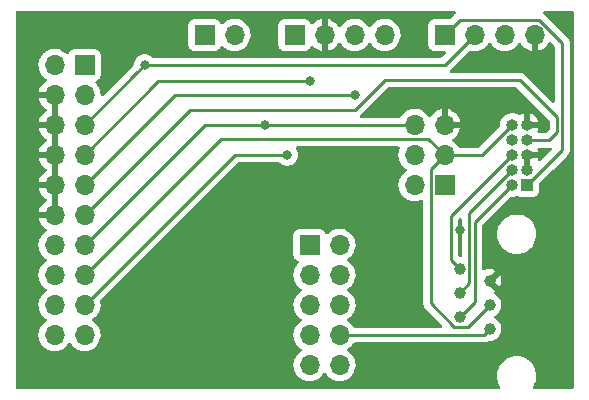
<source format=gbr>
G04 #@! TF.GenerationSoftware,KiCad,Pcbnew,(6.0.1)*
G04 #@! TF.CreationDate,2022-02-11T12:05:14+01:00*
G04 #@! TF.ProjectId,LINK,4c494e4b-2e6b-4696-9361-645f70636258,rev?*
G04 #@! TF.SameCoordinates,Original*
G04 #@! TF.FileFunction,Copper,L2,Bot*
G04 #@! TF.FilePolarity,Positive*
%FSLAX46Y46*%
G04 Gerber Fmt 4.6, Leading zero omitted, Abs format (unit mm)*
G04 Created by KiCad (PCBNEW (6.0.1)) date 2022-02-11 12:05:14*
%MOMM*%
%LPD*%
G01*
G04 APERTURE LIST*
G04 #@! TA.AperFunction,ComponentPad*
%ADD10C,1.000000*%
G04 #@! TD*
G04 #@! TA.AperFunction,ComponentPad*
%ADD11R,1.700000X1.700000*%
G04 #@! TD*
G04 #@! TA.AperFunction,ComponentPad*
%ADD12O,1.700000X1.700000*%
G04 #@! TD*
G04 #@! TA.AperFunction,ComponentPad*
%ADD13R,1.000000X1.000000*%
G04 #@! TD*
G04 #@! TA.AperFunction,ComponentPad*
%ADD14O,1.000000X1.000000*%
G04 #@! TD*
G04 #@! TA.AperFunction,ViaPad*
%ADD15C,0.800000*%
G04 #@! TD*
G04 #@! TA.AperFunction,Conductor*
%ADD16C,0.250000*%
G04 #@! TD*
G04 APERTURE END LIST*
D10*
X158750000Y-85840000D03*
X161290000Y-86860000D03*
X158750000Y-87880000D03*
X161290000Y-88900000D03*
X158750000Y-89920000D03*
X161290000Y-90940000D03*
D11*
X127000000Y-68580000D03*
D12*
X124460000Y-68580000D03*
X127000000Y-71120000D03*
X124460000Y-71120000D03*
X127000000Y-73660000D03*
X124460000Y-73660000D03*
X127000000Y-76200000D03*
X124460000Y-76200000D03*
X127000000Y-78740000D03*
X124460000Y-78740000D03*
X127000000Y-81280000D03*
X124460000Y-81280000D03*
X127000000Y-83820000D03*
X124460000Y-83820000D03*
X127000000Y-86360000D03*
X124460000Y-86360000D03*
X127000000Y-88900000D03*
X124460000Y-88900000D03*
X127000000Y-91440000D03*
X124460000Y-91440000D03*
D11*
X144780000Y-66040000D03*
D12*
X147320000Y-66040000D03*
X149860000Y-66040000D03*
X152400000Y-66040000D03*
D13*
X164455000Y-78750000D03*
D14*
X163185000Y-78750000D03*
X164455000Y-77480000D03*
X163185000Y-77480000D03*
X164455000Y-76210000D03*
X163185000Y-76210000D03*
X164455000Y-74940000D03*
X163185000Y-74940000D03*
X164455000Y-73670000D03*
X163185000Y-73670000D03*
D11*
X157480000Y-66040000D03*
D12*
X160020000Y-66040000D03*
X162560000Y-66040000D03*
X165100000Y-66040000D03*
D11*
X157480000Y-78740000D03*
D12*
X154940000Y-78740000D03*
X157480000Y-76200000D03*
X154940000Y-76200000D03*
X157480000Y-73660000D03*
X154940000Y-73660000D03*
D11*
X146050000Y-83820000D03*
D12*
X148590000Y-83820000D03*
X146050000Y-86360000D03*
X148590000Y-86360000D03*
X146050000Y-88900000D03*
X148590000Y-88900000D03*
X146050000Y-91440000D03*
X148590000Y-91440000D03*
X146050000Y-93980000D03*
X148590000Y-93980000D03*
D11*
X137160000Y-66040000D03*
D12*
X139700000Y-66040000D03*
D15*
X158750000Y-82550000D03*
X167640000Y-78740000D03*
X129540000Y-66040000D03*
X138430000Y-93980000D03*
X130810000Y-87630000D03*
X130810000Y-93980000D03*
X138430000Y-88900000D03*
X138430000Y-82550000D03*
X143510000Y-92710000D03*
X143510000Y-90170000D03*
X143510000Y-85090000D03*
X143510000Y-80010000D03*
X154940000Y-71120000D03*
X149860000Y-78740000D03*
X142240000Y-73660000D03*
X144159310Y-76185690D03*
X132080000Y-68580000D03*
X149860000Y-71120000D03*
X146050000Y-69939500D03*
D16*
X161290000Y-88900000D02*
X159445489Y-90744511D01*
X159445489Y-90744511D02*
X158308511Y-90744511D01*
X158308511Y-90744511D02*
X156305489Y-88741489D01*
X156305489Y-88741489D02*
X156305489Y-77374511D01*
X156305489Y-77374511D02*
X157480000Y-76200000D01*
X148590000Y-91440000D02*
X160790001Y-91439999D01*
X160790001Y-91439999D02*
X161290000Y-90940000D01*
X158750000Y-89920000D02*
X160024031Y-88645969D01*
X160024031Y-88645969D02*
X160024031Y-81910969D01*
X160024031Y-81910969D02*
X163185000Y-78750000D01*
X163185000Y-77480000D02*
X159574511Y-81090489D01*
X159574511Y-81090489D02*
X159574511Y-81217489D01*
X159574511Y-86106000D02*
X159574511Y-81217489D01*
X158750000Y-87880000D02*
X159574511Y-87055489D01*
X159574511Y-87055489D02*
X159574511Y-86106000D01*
X158750000Y-85840000D02*
X158025489Y-85115489D01*
X158025489Y-85115489D02*
X158025489Y-81369511D01*
X158025489Y-81369511D02*
X163185000Y-76210000D01*
X127000000Y-81280000D02*
X135890000Y-72390000D01*
X135890000Y-72390000D02*
X149860000Y-72390000D01*
X149860000Y-72390000D02*
X152400000Y-69850000D01*
X167005000Y-74295000D02*
X166360000Y-74940000D01*
X152400000Y-69850000D02*
X163830000Y-69850000D01*
X163830000Y-69850000D02*
X167005000Y-73025000D01*
X167005000Y-73025000D02*
X167005000Y-74295000D01*
X166360000Y-74940000D02*
X164455000Y-74940000D01*
X164455000Y-78750000D02*
X167454520Y-75750480D01*
X167454520Y-75750480D02*
X167454520Y-66733510D01*
X167454520Y-66733510D02*
X165491010Y-64770000D01*
X165491010Y-64770000D02*
X158750000Y-64770000D01*
X158750000Y-64770000D02*
X157480000Y-66040000D01*
X144145000Y-76200000D02*
X144159310Y-76185690D01*
X139700000Y-76200000D02*
X144145000Y-76200000D01*
X127000000Y-88900000D02*
X139700000Y-76200000D01*
X138525489Y-74834511D02*
X145319511Y-74834511D01*
X145319511Y-74834511D02*
X146589511Y-74834511D01*
X157480000Y-76200000D02*
X156114511Y-74834511D01*
X156114511Y-74834511D02*
X145319511Y-74834511D01*
X138430000Y-74930000D02*
X138525489Y-74834511D01*
X127000000Y-86360000D02*
X138430000Y-74930000D01*
X127000000Y-83820000D02*
X137160000Y-73660000D01*
X137160000Y-73660000D02*
X154940000Y-73660000D01*
X157480000Y-68580000D02*
X160020000Y-66040000D01*
X132080000Y-68580000D02*
X157480000Y-68580000D01*
X131445000Y-69215000D02*
X132080000Y-68580000D01*
X127000000Y-78740000D02*
X134620000Y-71120000D01*
X134620000Y-71120000D02*
X149860000Y-71120000D01*
X127000000Y-76200000D02*
X133260500Y-69939500D01*
X133260500Y-69939500D02*
X146050000Y-69939500D01*
X127000000Y-73660000D02*
X131445000Y-69215000D01*
X157480000Y-76200000D02*
X160655000Y-76200000D01*
X160655000Y-76200000D02*
X163185000Y-73670000D01*
G04 #@! TA.AperFunction,Conductor*
G36*
X158401362Y-64028002D02*
G01*
X158447855Y-64081658D01*
X158457959Y-64151932D01*
X158428465Y-64216512D01*
X158407264Y-64235963D01*
X158406586Y-64236456D01*
X158396707Y-64242943D01*
X158385463Y-64249593D01*
X158358637Y-64265458D01*
X158344313Y-64279782D01*
X158329281Y-64292621D01*
X158312893Y-64304528D01*
X158284712Y-64338593D01*
X158276722Y-64347373D01*
X157979500Y-64644595D01*
X157917188Y-64678621D01*
X157890405Y-64681500D01*
X156581866Y-64681500D01*
X156519684Y-64688255D01*
X156383295Y-64739385D01*
X156266739Y-64826739D01*
X156179385Y-64943295D01*
X156128255Y-65079684D01*
X156121500Y-65141866D01*
X156121500Y-66938134D01*
X156128255Y-67000316D01*
X156179385Y-67136705D01*
X156266739Y-67253261D01*
X156383295Y-67340615D01*
X156519684Y-67391745D01*
X156581866Y-67398500D01*
X157461405Y-67398500D01*
X157529526Y-67418502D01*
X157576019Y-67472158D01*
X157586123Y-67542432D01*
X157556629Y-67607012D01*
X157550500Y-67613595D01*
X157254500Y-67909595D01*
X157192188Y-67943621D01*
X157165405Y-67946500D01*
X132788200Y-67946500D01*
X132720079Y-67926498D01*
X132700853Y-67910157D01*
X132700580Y-67910460D01*
X132695668Y-67906037D01*
X132691253Y-67901134D01*
X132536752Y-67788882D01*
X132530724Y-67786198D01*
X132530722Y-67786197D01*
X132368319Y-67713891D01*
X132368318Y-67713891D01*
X132362288Y-67711206D01*
X132240331Y-67685283D01*
X132181944Y-67672872D01*
X132181939Y-67672872D01*
X132175487Y-67671500D01*
X131984513Y-67671500D01*
X131978061Y-67672872D01*
X131978056Y-67672872D01*
X131919669Y-67685283D01*
X131797712Y-67711206D01*
X131791682Y-67713891D01*
X131791681Y-67713891D01*
X131629278Y-67786197D01*
X131629276Y-67786198D01*
X131623248Y-67788882D01*
X131468747Y-67901134D01*
X131464326Y-67906044D01*
X131464325Y-67906045D01*
X131430492Y-67943621D01*
X131340960Y-68043056D01*
X131245473Y-68208444D01*
X131186458Y-68390072D01*
X131169997Y-68546695D01*
X131169093Y-68555292D01*
X131142080Y-68620949D01*
X131132878Y-68631217D01*
X128576877Y-71187218D01*
X128514565Y-71221244D01*
X128443750Y-71216179D01*
X128386914Y-71173632D01*
X128362206Y-71108447D01*
X128360418Y-71086695D01*
X128344852Y-70897361D01*
X128290431Y-70680702D01*
X128201354Y-70475840D01*
X128160599Y-70412842D01*
X128082822Y-70292617D01*
X128082820Y-70292614D01*
X128080014Y-70288277D01*
X128060405Y-70266727D01*
X127932798Y-70126488D01*
X127901746Y-70062642D01*
X127910141Y-69992143D01*
X127955317Y-69937375D01*
X127981761Y-69923706D01*
X128088297Y-69883767D01*
X128096705Y-69880615D01*
X128213261Y-69793261D01*
X128300615Y-69676705D01*
X128351745Y-69540316D01*
X128358500Y-69478134D01*
X128358500Y-67681866D01*
X128351745Y-67619684D01*
X128300615Y-67483295D01*
X128213261Y-67366739D01*
X128096705Y-67279385D01*
X127960316Y-67228255D01*
X127898134Y-67221500D01*
X126101866Y-67221500D01*
X126039684Y-67228255D01*
X125903295Y-67279385D01*
X125786739Y-67366739D01*
X125699385Y-67483295D01*
X125696233Y-67491703D01*
X125654919Y-67601907D01*
X125612277Y-67658671D01*
X125545716Y-67683371D01*
X125476367Y-67668163D01*
X125443743Y-67642476D01*
X125393151Y-67586875D01*
X125393142Y-67586866D01*
X125389670Y-67583051D01*
X125385619Y-67579852D01*
X125385615Y-67579848D01*
X125218414Y-67447800D01*
X125218410Y-67447798D01*
X125214359Y-67444598D01*
X125018789Y-67336638D01*
X125013920Y-67334914D01*
X125013916Y-67334912D01*
X124813087Y-67263795D01*
X124813083Y-67263794D01*
X124808212Y-67262069D01*
X124803119Y-67261162D01*
X124803116Y-67261161D01*
X124593373Y-67223800D01*
X124593367Y-67223799D01*
X124588284Y-67222894D01*
X124514452Y-67221992D01*
X124370081Y-67220228D01*
X124370079Y-67220228D01*
X124364911Y-67220165D01*
X124144091Y-67253955D01*
X123931756Y-67323357D01*
X123864214Y-67358517D01*
X123798867Y-67392535D01*
X123733607Y-67426507D01*
X123729474Y-67429610D01*
X123729471Y-67429612D01*
X123579209Y-67542432D01*
X123554965Y-67560635D01*
X123515525Y-67601907D01*
X123461280Y-67658671D01*
X123400629Y-67722138D01*
X123274743Y-67906680D01*
X123180688Y-68109305D01*
X123120989Y-68324570D01*
X123097251Y-68546695D01*
X123097548Y-68551848D01*
X123097548Y-68551851D01*
X123101532Y-68620949D01*
X123110110Y-68769715D01*
X123111247Y-68774761D01*
X123111248Y-68774767D01*
X123135304Y-68881508D01*
X123159222Y-68987639D01*
X123243266Y-69194616D01*
X123277199Y-69249989D01*
X123353110Y-69373865D01*
X123359987Y-69385088D01*
X123506250Y-69553938D01*
X123678126Y-69696632D01*
X123751955Y-69739774D01*
X123800679Y-69791412D01*
X123813750Y-69861195D01*
X123787019Y-69926967D01*
X123746562Y-69960327D01*
X123738457Y-69964546D01*
X123729738Y-69970036D01*
X123559433Y-70097905D01*
X123551726Y-70104748D01*
X123404590Y-70258717D01*
X123398104Y-70266727D01*
X123278098Y-70442649D01*
X123273000Y-70451623D01*
X123183338Y-70644783D01*
X123179775Y-70654470D01*
X123124389Y-70854183D01*
X123125912Y-70862607D01*
X123138292Y-70866000D01*
X124588000Y-70866000D01*
X124656121Y-70886002D01*
X124702614Y-70939658D01*
X124714000Y-70992000D01*
X124714000Y-81408000D01*
X124693998Y-81476121D01*
X124640342Y-81522614D01*
X124588000Y-81534000D01*
X123143225Y-81534000D01*
X123129694Y-81537973D01*
X123128257Y-81547966D01*
X123158565Y-81682446D01*
X123161645Y-81692275D01*
X123241770Y-81889603D01*
X123246413Y-81898794D01*
X123357694Y-82080388D01*
X123363777Y-82088699D01*
X123503213Y-82249667D01*
X123510580Y-82256883D01*
X123674434Y-82392916D01*
X123682881Y-82398831D01*
X123751969Y-82439203D01*
X123800693Y-82490842D01*
X123813764Y-82560625D01*
X123787033Y-82626396D01*
X123746584Y-82659752D01*
X123733607Y-82666507D01*
X123729474Y-82669610D01*
X123729471Y-82669612D01*
X123559100Y-82797530D01*
X123554965Y-82800635D01*
X123551393Y-82804373D01*
X123443729Y-82917037D01*
X123400629Y-82962138D01*
X123274743Y-83146680D01*
X123180688Y-83349305D01*
X123120989Y-83564570D01*
X123097251Y-83786695D01*
X123097548Y-83791848D01*
X123097548Y-83791851D01*
X123103011Y-83886590D01*
X123110110Y-84009715D01*
X123111247Y-84014761D01*
X123111248Y-84014767D01*
X123124282Y-84072601D01*
X123159222Y-84227639D01*
X123243266Y-84434616D01*
X123294019Y-84517438D01*
X123357291Y-84620688D01*
X123359987Y-84625088D01*
X123506250Y-84793938D01*
X123678126Y-84936632D01*
X123748595Y-84977811D01*
X123751445Y-84979476D01*
X123800169Y-85031114D01*
X123813240Y-85100897D01*
X123786509Y-85166669D01*
X123746055Y-85200027D01*
X123733607Y-85206507D01*
X123729474Y-85209610D01*
X123729471Y-85209612D01*
X123559100Y-85337530D01*
X123554965Y-85340635D01*
X123400629Y-85502138D01*
X123397720Y-85506403D01*
X123397714Y-85506411D01*
X123366209Y-85552596D01*
X123274743Y-85686680D01*
X123259003Y-85720590D01*
X123192200Y-85864505D01*
X123180688Y-85889305D01*
X123120989Y-86104570D01*
X123097251Y-86326695D01*
X123097548Y-86331848D01*
X123097548Y-86331851D01*
X123103011Y-86426590D01*
X123110110Y-86549715D01*
X123111247Y-86554761D01*
X123111248Y-86554767D01*
X123131119Y-86642939D01*
X123159222Y-86767639D01*
X123243266Y-86974616D01*
X123280823Y-87035903D01*
X123357291Y-87160688D01*
X123359987Y-87165088D01*
X123506250Y-87333938D01*
X123678126Y-87476632D01*
X123695280Y-87486656D01*
X123751445Y-87519476D01*
X123800169Y-87571114D01*
X123813240Y-87640897D01*
X123786509Y-87706669D01*
X123746055Y-87740027D01*
X123733607Y-87746507D01*
X123729474Y-87749610D01*
X123729471Y-87749612D01*
X123582813Y-87859726D01*
X123554965Y-87880635D01*
X123400629Y-88042138D01*
X123274743Y-88226680D01*
X123180688Y-88429305D01*
X123120989Y-88644570D01*
X123097251Y-88866695D01*
X123097548Y-88871848D01*
X123097548Y-88871851D01*
X123108926Y-89069184D01*
X123110110Y-89089715D01*
X123111247Y-89094761D01*
X123111248Y-89094767D01*
X123124639Y-89154186D01*
X123159222Y-89307639D01*
X123197461Y-89401811D01*
X123232789Y-89488813D01*
X123243266Y-89514616D01*
X123294019Y-89597438D01*
X123357291Y-89700688D01*
X123359987Y-89705088D01*
X123506250Y-89873938D01*
X123678126Y-90016632D01*
X123748595Y-90057811D01*
X123751445Y-90059476D01*
X123800169Y-90111114D01*
X123813240Y-90180897D01*
X123786509Y-90246669D01*
X123746055Y-90280027D01*
X123733607Y-90286507D01*
X123729474Y-90289610D01*
X123729471Y-90289612D01*
X123705247Y-90307800D01*
X123554965Y-90420635D01*
X123400629Y-90582138D01*
X123274743Y-90766680D01*
X123259003Y-90800590D01*
X123192656Y-90943523D01*
X123180688Y-90969305D01*
X123120989Y-91184570D01*
X123097251Y-91406695D01*
X123097548Y-91411848D01*
X123097548Y-91411851D01*
X123103011Y-91506590D01*
X123110110Y-91629715D01*
X123111247Y-91634761D01*
X123111248Y-91634767D01*
X123120059Y-91673861D01*
X123159222Y-91847639D01*
X123243266Y-92054616D01*
X123292285Y-92134608D01*
X123357291Y-92240688D01*
X123359987Y-92245088D01*
X123506250Y-92413938D01*
X123678126Y-92556632D01*
X123871000Y-92669338D01*
X124079692Y-92749030D01*
X124084760Y-92750061D01*
X124084763Y-92750062D01*
X124189466Y-92771364D01*
X124298597Y-92793567D01*
X124303772Y-92793757D01*
X124303774Y-92793757D01*
X124516673Y-92801564D01*
X124516677Y-92801564D01*
X124521837Y-92801753D01*
X124526957Y-92801097D01*
X124526959Y-92801097D01*
X124738288Y-92774025D01*
X124738289Y-92774025D01*
X124743416Y-92773368D01*
X124750096Y-92771364D01*
X124952429Y-92710661D01*
X124952434Y-92710659D01*
X124957384Y-92709174D01*
X125157994Y-92610896D01*
X125339860Y-92481173D01*
X125498096Y-92323489D01*
X125557594Y-92240689D01*
X125628453Y-92142077D01*
X125629776Y-92143028D01*
X125676645Y-92099857D01*
X125746580Y-92087625D01*
X125812026Y-92115144D01*
X125839875Y-92146994D01*
X125899987Y-92245088D01*
X126046250Y-92413938D01*
X126218126Y-92556632D01*
X126411000Y-92669338D01*
X126619692Y-92749030D01*
X126624760Y-92750061D01*
X126624763Y-92750062D01*
X126729466Y-92771364D01*
X126838597Y-92793567D01*
X126843772Y-92793757D01*
X126843774Y-92793757D01*
X127056673Y-92801564D01*
X127056677Y-92801564D01*
X127061837Y-92801753D01*
X127066957Y-92801097D01*
X127066959Y-92801097D01*
X127278288Y-92774025D01*
X127278289Y-92774025D01*
X127283416Y-92773368D01*
X127290096Y-92771364D01*
X127492429Y-92710661D01*
X127492434Y-92710659D01*
X127497384Y-92709174D01*
X127697994Y-92610896D01*
X127879860Y-92481173D01*
X128038096Y-92323489D01*
X128097594Y-92240689D01*
X128165435Y-92146277D01*
X128168453Y-92142077D01*
X128172145Y-92134608D01*
X128265136Y-91946453D01*
X128265137Y-91946451D01*
X128267430Y-91941811D01*
X128332370Y-91728069D01*
X128361529Y-91506590D01*
X128363156Y-91440000D01*
X128344852Y-91217361D01*
X128290431Y-91000702D01*
X128201354Y-90795840D01*
X128080014Y-90608277D01*
X127929670Y-90443051D01*
X127925619Y-90439852D01*
X127925615Y-90439848D01*
X127758414Y-90307800D01*
X127758410Y-90307798D01*
X127754359Y-90304598D01*
X127713053Y-90281796D01*
X127663084Y-90231364D01*
X127648312Y-90161921D01*
X127673428Y-90095516D01*
X127700780Y-90068909D01*
X127754846Y-90030344D01*
X127879860Y-89941173D01*
X127910101Y-89911038D01*
X127976956Y-89844416D01*
X128038096Y-89783489D01*
X128097594Y-89700689D01*
X128165435Y-89606277D01*
X128168453Y-89602077D01*
X128189320Y-89559857D01*
X128265136Y-89406453D01*
X128265137Y-89406451D01*
X128267430Y-89401811D01*
X128299900Y-89294940D01*
X128330865Y-89193023D01*
X128330865Y-89193021D01*
X128332370Y-89188069D01*
X128361529Y-88966590D01*
X128362010Y-88946920D01*
X128363074Y-88903365D01*
X128363074Y-88903361D01*
X128363156Y-88900000D01*
X128344852Y-88677361D01*
X128316821Y-88565765D01*
X128319625Y-88494823D01*
X128349930Y-88445974D01*
X139925499Y-76870405D01*
X139987811Y-76836379D01*
X140014594Y-76833500D01*
X143466230Y-76833500D01*
X143534351Y-76853502D01*
X143546361Y-76862672D01*
X143548057Y-76864556D01*
X143702558Y-76976808D01*
X143708586Y-76979492D01*
X143708588Y-76979493D01*
X143774840Y-77008990D01*
X143877022Y-77054484D01*
X143970422Y-77074337D01*
X144057366Y-77092818D01*
X144057371Y-77092818D01*
X144063823Y-77094190D01*
X144254797Y-77094190D01*
X144261249Y-77092818D01*
X144261254Y-77092818D01*
X144348198Y-77074337D01*
X144441598Y-77054484D01*
X144543780Y-77008990D01*
X144610032Y-76979493D01*
X144610034Y-76979492D01*
X144616062Y-76976808D01*
X144770563Y-76864556D01*
X144786240Y-76847145D01*
X144893931Y-76727542D01*
X144893932Y-76727541D01*
X144898350Y-76722634D01*
X144993837Y-76557246D01*
X145052852Y-76375618D01*
X145057809Y-76328461D01*
X145072124Y-76192255D01*
X145072814Y-76185690D01*
X145067127Y-76131580D01*
X145053542Y-76002325D01*
X145053542Y-76002323D01*
X145052852Y-75995762D01*
X144993837Y-75814134D01*
X144984117Y-75797298D01*
X144903122Y-75657011D01*
X144886384Y-75588016D01*
X144909604Y-75520924D01*
X144965412Y-75477037D01*
X145012241Y-75468011D01*
X153584576Y-75468011D01*
X153652697Y-75488013D01*
X153699190Y-75541669D01*
X153709294Y-75611943D01*
X153698864Y-75647061D01*
X153666311Y-75717192D01*
X153660688Y-75729305D01*
X153600989Y-75944570D01*
X153600440Y-75949707D01*
X153599734Y-75956314D01*
X153577251Y-76166695D01*
X153577548Y-76171848D01*
X153577548Y-76171851D01*
X153582292Y-76254132D01*
X153590110Y-76389715D01*
X153591247Y-76394761D01*
X153591248Y-76394767D01*
X153608173Y-76469865D01*
X153639222Y-76607639D01*
X153690445Y-76733787D01*
X153716662Y-76798351D01*
X153723266Y-76814616D01*
X153760072Y-76874678D01*
X153837291Y-77000688D01*
X153839987Y-77005088D01*
X153986250Y-77173938D01*
X154158126Y-77316632D01*
X154214286Y-77349449D01*
X154231445Y-77359476D01*
X154280169Y-77411114D01*
X154293240Y-77480897D01*
X154266509Y-77546669D01*
X154226055Y-77580027D01*
X154213607Y-77586507D01*
X154209474Y-77589610D01*
X154209471Y-77589612D01*
X154039100Y-77717530D01*
X154034965Y-77720635D01*
X153880629Y-77882138D01*
X153877715Y-77886410D01*
X153877714Y-77886411D01*
X153865199Y-77904757D01*
X153754743Y-78066680D01*
X153660688Y-78269305D01*
X153600989Y-78484570D01*
X153577251Y-78706695D01*
X153577548Y-78711848D01*
X153577548Y-78711851D01*
X153583011Y-78806590D01*
X153590110Y-78929715D01*
X153591247Y-78934761D01*
X153591248Y-78934767D01*
X153605493Y-78997973D01*
X153639222Y-79147639D01*
X153723266Y-79354616D01*
X153725965Y-79359020D01*
X153837291Y-79540688D01*
X153839987Y-79545088D01*
X153986250Y-79713938D01*
X154158126Y-79856632D01*
X154351000Y-79969338D01*
X154559692Y-80049030D01*
X154564760Y-80050061D01*
X154564763Y-80050062D01*
X154669737Y-80071419D01*
X154778597Y-80093567D01*
X154783772Y-80093757D01*
X154783774Y-80093757D01*
X154996673Y-80101564D01*
X154996677Y-80101564D01*
X155001837Y-80101753D01*
X155006957Y-80101097D01*
X155006959Y-80101097D01*
X155218288Y-80074025D01*
X155218289Y-80074025D01*
X155223416Y-80073368D01*
X155228366Y-80071883D01*
X155432429Y-80010661D01*
X155432434Y-80010659D01*
X155437384Y-80009174D01*
X155490559Y-79983124D01*
X155560531Y-79971118D01*
X155625888Y-79998848D01*
X155665878Y-80057511D01*
X155671989Y-80096276D01*
X155671989Y-88662722D01*
X155671462Y-88673905D01*
X155669787Y-88681398D01*
X155670036Y-88689324D01*
X155670036Y-88689325D01*
X155671927Y-88749475D01*
X155671989Y-88753434D01*
X155671989Y-88781345D01*
X155672486Y-88785279D01*
X155672486Y-88785280D01*
X155672494Y-88785345D01*
X155673427Y-88797182D01*
X155674816Y-88841378D01*
X155680467Y-88860828D01*
X155684476Y-88880189D01*
X155687015Y-88900286D01*
X155689934Y-88907657D01*
X155689934Y-88907659D01*
X155703293Y-88941401D01*
X155707138Y-88952631D01*
X155712157Y-88969908D01*
X155719471Y-88995082D01*
X155723504Y-89001901D01*
X155723506Y-89001906D01*
X155729782Y-89012517D01*
X155738477Y-89030265D01*
X155745937Y-89049106D01*
X155750599Y-89055522D01*
X155750599Y-89055523D01*
X155771925Y-89084876D01*
X155778441Y-89094796D01*
X155796016Y-89124513D01*
X155800947Y-89132851D01*
X155815268Y-89147172D01*
X155828108Y-89162205D01*
X155840017Y-89178596D01*
X155857456Y-89193023D01*
X155874094Y-89206787D01*
X155882873Y-89214777D01*
X157259499Y-90591404D01*
X157293525Y-90653716D01*
X157288460Y-90724532D01*
X157245913Y-90781367D01*
X157179393Y-90806178D01*
X157170404Y-90806499D01*
X151246014Y-90806500D01*
X149866805Y-90806500D01*
X149798684Y-90786498D01*
X149761013Y-90748940D01*
X149672822Y-90612617D01*
X149672820Y-90612614D01*
X149670014Y-90608277D01*
X149519670Y-90443051D01*
X149515619Y-90439852D01*
X149515615Y-90439848D01*
X149348414Y-90307800D01*
X149348410Y-90307798D01*
X149344359Y-90304598D01*
X149303053Y-90281796D01*
X149253084Y-90231364D01*
X149238312Y-90161921D01*
X149263428Y-90095516D01*
X149290780Y-90068909D01*
X149344846Y-90030344D01*
X149469860Y-89941173D01*
X149500101Y-89911038D01*
X149566956Y-89844416D01*
X149628096Y-89783489D01*
X149687594Y-89700689D01*
X149755435Y-89606277D01*
X149758453Y-89602077D01*
X149779320Y-89559857D01*
X149855136Y-89406453D01*
X149855137Y-89406451D01*
X149857430Y-89401811D01*
X149889900Y-89294940D01*
X149920865Y-89193023D01*
X149920865Y-89193021D01*
X149922370Y-89188069D01*
X149951529Y-88966590D01*
X149952010Y-88946920D01*
X149953074Y-88903365D01*
X149953074Y-88903361D01*
X149953156Y-88900000D01*
X149934852Y-88677361D01*
X149880431Y-88460702D01*
X149791354Y-88255840D01*
X149670014Y-88068277D01*
X149519670Y-87903051D01*
X149515619Y-87899852D01*
X149515615Y-87899848D01*
X149348414Y-87767800D01*
X149348410Y-87767798D01*
X149344359Y-87764598D01*
X149303053Y-87741796D01*
X149253084Y-87691364D01*
X149238312Y-87621921D01*
X149263428Y-87555516D01*
X149290780Y-87528909D01*
X149334603Y-87497650D01*
X149469860Y-87401173D01*
X149506952Y-87364211D01*
X149568631Y-87302747D01*
X149628096Y-87243489D01*
X149687594Y-87160689D01*
X149755435Y-87066277D01*
X149758453Y-87062077D01*
X149779320Y-87019857D01*
X149855136Y-86866453D01*
X149855137Y-86866451D01*
X149857430Y-86861811D01*
X149922370Y-86648069D01*
X149951529Y-86426590D01*
X149952449Y-86388956D01*
X149953074Y-86363365D01*
X149953074Y-86363361D01*
X149953156Y-86360000D01*
X149934852Y-86137361D01*
X149880431Y-85920702D01*
X149791354Y-85715840D01*
X149703984Y-85580787D01*
X149672822Y-85532617D01*
X149672820Y-85532614D01*
X149670014Y-85528277D01*
X149519670Y-85363051D01*
X149515619Y-85359852D01*
X149515615Y-85359848D01*
X149348414Y-85227800D01*
X149348410Y-85227798D01*
X149344359Y-85224598D01*
X149303053Y-85201796D01*
X149253084Y-85151364D01*
X149238312Y-85081921D01*
X149263428Y-85015516D01*
X149290780Y-84988909D01*
X149334603Y-84957650D01*
X149469860Y-84861173D01*
X149499788Y-84831350D01*
X149613616Y-84717918D01*
X149628096Y-84703489D01*
X149687594Y-84620689D01*
X149755435Y-84526277D01*
X149758453Y-84522077D01*
X149778160Y-84482204D01*
X149855136Y-84326453D01*
X149855137Y-84326451D01*
X149857430Y-84321811D01*
X149922370Y-84108069D01*
X149951529Y-83886590D01*
X149951611Y-83883240D01*
X149953074Y-83823365D01*
X149953074Y-83823361D01*
X149953156Y-83820000D01*
X149934852Y-83597361D01*
X149880431Y-83380702D01*
X149791354Y-83175840D01*
X149670014Y-82988277D01*
X149519670Y-82823051D01*
X149515619Y-82819852D01*
X149515615Y-82819848D01*
X149348414Y-82687800D01*
X149348410Y-82687798D01*
X149344359Y-82684598D01*
X149148789Y-82576638D01*
X149143920Y-82574914D01*
X149143916Y-82574912D01*
X148943087Y-82503795D01*
X148943083Y-82503794D01*
X148938212Y-82502069D01*
X148933119Y-82501162D01*
X148933116Y-82501161D01*
X148723373Y-82463800D01*
X148723367Y-82463799D01*
X148718284Y-82462894D01*
X148644452Y-82461992D01*
X148500081Y-82460228D01*
X148500079Y-82460228D01*
X148494911Y-82460165D01*
X148274091Y-82493955D01*
X148061756Y-82563357D01*
X148031443Y-82579137D01*
X147873170Y-82661529D01*
X147863607Y-82666507D01*
X147859474Y-82669610D01*
X147859471Y-82669612D01*
X147689100Y-82797530D01*
X147684965Y-82800635D01*
X147628537Y-82859684D01*
X147604283Y-82885064D01*
X147542759Y-82920494D01*
X147471846Y-82917037D01*
X147414060Y-82875791D01*
X147395207Y-82842243D01*
X147353767Y-82731703D01*
X147350615Y-82723295D01*
X147263261Y-82606739D01*
X147146705Y-82519385D01*
X147010316Y-82468255D01*
X146948134Y-82461500D01*
X145151866Y-82461500D01*
X145089684Y-82468255D01*
X144953295Y-82519385D01*
X144836739Y-82606739D01*
X144749385Y-82723295D01*
X144698255Y-82859684D01*
X144691500Y-82921866D01*
X144691500Y-84718134D01*
X144698255Y-84780316D01*
X144749385Y-84916705D01*
X144836739Y-85033261D01*
X144953295Y-85120615D01*
X144961704Y-85123767D01*
X144961705Y-85123768D01*
X145070451Y-85164535D01*
X145127216Y-85207176D01*
X145151916Y-85273738D01*
X145136709Y-85343087D01*
X145117316Y-85369568D01*
X144990629Y-85502138D01*
X144987720Y-85506403D01*
X144987714Y-85506411D01*
X144956209Y-85552596D01*
X144864743Y-85686680D01*
X144849003Y-85720590D01*
X144782200Y-85864505D01*
X144770688Y-85889305D01*
X144710989Y-86104570D01*
X144687251Y-86326695D01*
X144687548Y-86331848D01*
X144687548Y-86331851D01*
X144693011Y-86426590D01*
X144700110Y-86549715D01*
X144701247Y-86554761D01*
X144701248Y-86554767D01*
X144721119Y-86642939D01*
X144749222Y-86767639D01*
X144833266Y-86974616D01*
X144870823Y-87035903D01*
X144947291Y-87160688D01*
X144949987Y-87165088D01*
X145096250Y-87333938D01*
X145268126Y-87476632D01*
X145285280Y-87486656D01*
X145341445Y-87519476D01*
X145390169Y-87571114D01*
X145403240Y-87640897D01*
X145376509Y-87706669D01*
X145336055Y-87740027D01*
X145323607Y-87746507D01*
X145319474Y-87749610D01*
X145319471Y-87749612D01*
X145172813Y-87859726D01*
X145144965Y-87880635D01*
X144990629Y-88042138D01*
X144864743Y-88226680D01*
X144770688Y-88429305D01*
X144710989Y-88644570D01*
X144687251Y-88866695D01*
X144687548Y-88871848D01*
X144687548Y-88871851D01*
X144698926Y-89069184D01*
X144700110Y-89089715D01*
X144701247Y-89094761D01*
X144701248Y-89094767D01*
X144714639Y-89154186D01*
X144749222Y-89307639D01*
X144787461Y-89401811D01*
X144822789Y-89488813D01*
X144833266Y-89514616D01*
X144884019Y-89597438D01*
X144947291Y-89700688D01*
X144949987Y-89705088D01*
X145096250Y-89873938D01*
X145268126Y-90016632D01*
X145338595Y-90057811D01*
X145341445Y-90059476D01*
X145390169Y-90111114D01*
X145403240Y-90180897D01*
X145376509Y-90246669D01*
X145336055Y-90280027D01*
X145323607Y-90286507D01*
X145319474Y-90289610D01*
X145319471Y-90289612D01*
X145295247Y-90307800D01*
X145144965Y-90420635D01*
X144990629Y-90582138D01*
X144864743Y-90766680D01*
X144849003Y-90800590D01*
X144782656Y-90943523D01*
X144770688Y-90969305D01*
X144710989Y-91184570D01*
X144687251Y-91406695D01*
X144687548Y-91411848D01*
X144687548Y-91411851D01*
X144693011Y-91506590D01*
X144700110Y-91629715D01*
X144701247Y-91634761D01*
X144701248Y-91634767D01*
X144710059Y-91673861D01*
X144749222Y-91847639D01*
X144833266Y-92054616D01*
X144882285Y-92134608D01*
X144947291Y-92240688D01*
X144949987Y-92245088D01*
X145096250Y-92413938D01*
X145268126Y-92556632D01*
X145338595Y-92597811D01*
X145341445Y-92599476D01*
X145390169Y-92651114D01*
X145403240Y-92720897D01*
X145376509Y-92786669D01*
X145336055Y-92820027D01*
X145323607Y-92826507D01*
X145319474Y-92829610D01*
X145319471Y-92829612D01*
X145295247Y-92847800D01*
X145144965Y-92960635D01*
X144990629Y-93122138D01*
X144864743Y-93306680D01*
X144770688Y-93509305D01*
X144710989Y-93724570D01*
X144687251Y-93946695D01*
X144687548Y-93951848D01*
X144687548Y-93951851D01*
X144693011Y-94046590D01*
X144700110Y-94169715D01*
X144701247Y-94174761D01*
X144701248Y-94174767D01*
X144721119Y-94262939D01*
X144749222Y-94387639D01*
X144833266Y-94594616D01*
X144884019Y-94677438D01*
X144947291Y-94780688D01*
X144949987Y-94785088D01*
X145096250Y-94953938D01*
X145268126Y-95096632D01*
X145461000Y-95209338D01*
X145669692Y-95289030D01*
X145674760Y-95290061D01*
X145674763Y-95290062D01*
X145782017Y-95311883D01*
X145888597Y-95333567D01*
X145893772Y-95333757D01*
X145893774Y-95333757D01*
X146106673Y-95341564D01*
X146106677Y-95341564D01*
X146111837Y-95341753D01*
X146116957Y-95341097D01*
X146116959Y-95341097D01*
X146328288Y-95314025D01*
X146328289Y-95314025D01*
X146333416Y-95313368D01*
X146338366Y-95311883D01*
X146542429Y-95250661D01*
X146542434Y-95250659D01*
X146547384Y-95249174D01*
X146747994Y-95150896D01*
X146929860Y-95021173D01*
X147088096Y-94863489D01*
X147147594Y-94780689D01*
X147218453Y-94682077D01*
X147219776Y-94683028D01*
X147266645Y-94639857D01*
X147336580Y-94627625D01*
X147402026Y-94655144D01*
X147429875Y-94686994D01*
X147489987Y-94785088D01*
X147636250Y-94953938D01*
X147808126Y-95096632D01*
X148001000Y-95209338D01*
X148209692Y-95289030D01*
X148214760Y-95290061D01*
X148214763Y-95290062D01*
X148322017Y-95311883D01*
X148428597Y-95333567D01*
X148433772Y-95333757D01*
X148433774Y-95333757D01*
X148646673Y-95341564D01*
X148646677Y-95341564D01*
X148651837Y-95341753D01*
X148656957Y-95341097D01*
X148656959Y-95341097D01*
X148868288Y-95314025D01*
X148868289Y-95314025D01*
X148873416Y-95313368D01*
X148878366Y-95311883D01*
X149082429Y-95250661D01*
X149082434Y-95250659D01*
X149087384Y-95249174D01*
X149287994Y-95150896D01*
X149469860Y-95021173D01*
X149628096Y-94863489D01*
X149687594Y-94780689D01*
X149755435Y-94686277D01*
X149758453Y-94682077D01*
X149779320Y-94639857D01*
X149855136Y-94486453D01*
X149855137Y-94486451D01*
X149857430Y-94481811D01*
X149922370Y-94268069D01*
X149951529Y-94046590D01*
X149953156Y-93980000D01*
X149934852Y-93757361D01*
X149880431Y-93540702D01*
X149791354Y-93335840D01*
X149670014Y-93148277D01*
X149519670Y-92983051D01*
X149515619Y-92979852D01*
X149515615Y-92979848D01*
X149348414Y-92847800D01*
X149348410Y-92847798D01*
X149344359Y-92844598D01*
X149303053Y-92821796D01*
X149253084Y-92771364D01*
X149238312Y-92701921D01*
X149263428Y-92635516D01*
X149290780Y-92608909D01*
X149334603Y-92577650D01*
X149469860Y-92481173D01*
X149628096Y-92323489D01*
X149687594Y-92240689D01*
X149755435Y-92146277D01*
X149758453Y-92142077D01*
X149760746Y-92137437D01*
X149762446Y-92134608D01*
X149814674Y-92086518D01*
X149870451Y-92073500D01*
X159610694Y-92073499D01*
X160711234Y-92073499D01*
X160722417Y-92074026D01*
X160729910Y-92075701D01*
X160737836Y-92075452D01*
X160737837Y-92075452D01*
X160797987Y-92073561D01*
X160801946Y-92073499D01*
X160829857Y-92073499D01*
X160833792Y-92073002D01*
X160833857Y-92072994D01*
X160845694Y-92072061D01*
X160877952Y-92071047D01*
X160881971Y-92070921D01*
X160889890Y-92070672D01*
X160909344Y-92065020D01*
X160928701Y-92061012D01*
X160940931Y-92059467D01*
X160940932Y-92059467D01*
X160948798Y-92058473D01*
X160956169Y-92055554D01*
X160956171Y-92055554D01*
X160989913Y-92042195D01*
X161001143Y-92038350D01*
X161035984Y-92028228D01*
X161035985Y-92028228D01*
X161043594Y-92026017D01*
X161050413Y-92021984D01*
X161050418Y-92021982D01*
X161061029Y-92015706D01*
X161078777Y-92007011D01*
X161097618Y-91999551D01*
X161133388Y-91973563D01*
X161143299Y-91967052D01*
X161147193Y-91964750D01*
X161216006Y-91947288D01*
X161226241Y-91948086D01*
X161268777Y-91953158D01*
X161274912Y-91952686D01*
X161274914Y-91952686D01*
X161459830Y-91938457D01*
X161459834Y-91938456D01*
X161465972Y-91937984D01*
X161656463Y-91884798D01*
X161661967Y-91882018D01*
X161661969Y-91882017D01*
X161827495Y-91798404D01*
X161827497Y-91798403D01*
X161832996Y-91795625D01*
X161988847Y-91673861D01*
X162118078Y-91524145D01*
X162215769Y-91352179D01*
X162278197Y-91164513D01*
X162302985Y-90968295D01*
X162303380Y-90940000D01*
X162284080Y-90743167D01*
X162282235Y-90737054D01*
X162257073Y-90653716D01*
X162226916Y-90553831D01*
X162134066Y-90379204D01*
X162025973Y-90246669D01*
X162012960Y-90230713D01*
X162012957Y-90230710D01*
X162009065Y-90225938D01*
X162004316Y-90222009D01*
X161861425Y-90103799D01*
X161861421Y-90103797D01*
X161856675Y-90099870D01*
X161728088Y-90030343D01*
X161677681Y-89980349D01*
X161662303Y-89911038D01*
X161686839Y-89844416D01*
X161731207Y-89807042D01*
X161832996Y-89755625D01*
X161988847Y-89633861D01*
X162118078Y-89484145D01*
X162215769Y-89312179D01*
X162278197Y-89124513D01*
X162302985Y-88928295D01*
X162303380Y-88900000D01*
X162284080Y-88703167D01*
X162274774Y-88672342D01*
X162228697Y-88519731D01*
X162226916Y-88513831D01*
X162134066Y-88339204D01*
X162046123Y-88231375D01*
X162012960Y-88190713D01*
X162012957Y-88190710D01*
X162009065Y-88185938D01*
X161922609Y-88114415D01*
X161861425Y-88063799D01*
X161861421Y-88063797D01*
X161856675Y-88059870D01*
X161727552Y-87990053D01*
X161677144Y-87940059D01*
X161661767Y-87870748D01*
X161686303Y-87804126D01*
X161730671Y-87766752D01*
X161785507Y-87739052D01*
X161795791Y-87729407D01*
X161793553Y-87722763D01*
X161019885Y-86949095D01*
X160985859Y-86886783D01*
X160987694Y-86861132D01*
X161654408Y-86861132D01*
X161654539Y-86862965D01*
X161658790Y-86869580D01*
X162146661Y-87357451D01*
X162159041Y-87364211D01*
X162165775Y-87359170D01*
X162212262Y-87277337D01*
X162217256Y-87266121D01*
X162275759Y-87090253D01*
X162278479Y-87078281D01*
X162302039Y-86891784D01*
X162302531Y-86884757D01*
X162302828Y-86863523D01*
X162302533Y-86856494D01*
X162284188Y-86669397D01*
X162281805Y-86657362D01*
X162228233Y-86479924D01*
X162223559Y-86468584D01*
X162168562Y-86365148D01*
X162158702Y-86355067D01*
X162151575Y-86357635D01*
X161662022Y-86847188D01*
X161654408Y-86861132D01*
X160987694Y-86861132D01*
X160990924Y-86815968D01*
X161019885Y-86770905D01*
X161787834Y-86002956D01*
X161794594Y-85990576D01*
X161789935Y-85984353D01*
X161687924Y-85929196D01*
X161676619Y-85924444D01*
X161499554Y-85869633D01*
X161487541Y-85867167D01*
X161303199Y-85847792D01*
X161290931Y-85847707D01*
X161106345Y-85864505D01*
X161094296Y-85866803D01*
X160916479Y-85919138D01*
X160905107Y-85923733D01*
X160841907Y-85956773D01*
X160772271Y-85970608D01*
X160706210Y-85944598D01*
X160664698Y-85887002D01*
X160657531Y-85845112D01*
X160657531Y-82900000D01*
X161926372Y-82900000D01*
X161946854Y-83160249D01*
X161948008Y-83165056D01*
X161948009Y-83165062D01*
X161949553Y-83171492D01*
X162007796Y-83414089D01*
X162009689Y-83418660D01*
X162009690Y-83418662D01*
X162085848Y-83602522D01*
X162107697Y-83655271D01*
X162244097Y-83877856D01*
X162413637Y-84076363D01*
X162612144Y-84245903D01*
X162834729Y-84382303D01*
X162839299Y-84384196D01*
X162839303Y-84384198D01*
X163071338Y-84480310D01*
X163075911Y-84482204D01*
X163117185Y-84492113D01*
X163324938Y-84541991D01*
X163324944Y-84541992D01*
X163329751Y-84543146D01*
X163420884Y-84550318D01*
X163522385Y-84558307D01*
X163522394Y-84558307D01*
X163524842Y-84558500D01*
X163655158Y-84558500D01*
X163657606Y-84558307D01*
X163657615Y-84558307D01*
X163759116Y-84550318D01*
X163850249Y-84543146D01*
X163855056Y-84541992D01*
X163855062Y-84541991D01*
X164062815Y-84492113D01*
X164104089Y-84482204D01*
X164108662Y-84480310D01*
X164340697Y-84384198D01*
X164340701Y-84384196D01*
X164345271Y-84382303D01*
X164567856Y-84245903D01*
X164766363Y-84076363D01*
X164935903Y-83877856D01*
X165072303Y-83655271D01*
X165094153Y-83602522D01*
X165170310Y-83418662D01*
X165170311Y-83418660D01*
X165172204Y-83414089D01*
X165230447Y-83171492D01*
X165231991Y-83165062D01*
X165231992Y-83165056D01*
X165233146Y-83160249D01*
X165253628Y-82900000D01*
X165233146Y-82639751D01*
X165231992Y-82634944D01*
X165231991Y-82634938D01*
X165184998Y-82439203D01*
X165172204Y-82385911D01*
X165170310Y-82381338D01*
X165074198Y-82149303D01*
X165074196Y-82149299D01*
X165072303Y-82144729D01*
X164935903Y-81922144D01*
X164766363Y-81723637D01*
X164567856Y-81554097D01*
X164345271Y-81417697D01*
X164340701Y-81415804D01*
X164340697Y-81415802D01*
X164108662Y-81319690D01*
X164108660Y-81319689D01*
X164104089Y-81317796D01*
X164015069Y-81296424D01*
X163855062Y-81258009D01*
X163855056Y-81258008D01*
X163850249Y-81256854D01*
X163759116Y-81249682D01*
X163657615Y-81241693D01*
X163657606Y-81241693D01*
X163655158Y-81241500D01*
X163524842Y-81241500D01*
X163522394Y-81241693D01*
X163522385Y-81241693D01*
X163420884Y-81249682D01*
X163329751Y-81256854D01*
X163324944Y-81258008D01*
X163324938Y-81258009D01*
X163164931Y-81296424D01*
X163075911Y-81317796D01*
X163071340Y-81319689D01*
X163071338Y-81319690D01*
X162839303Y-81415802D01*
X162839299Y-81415804D01*
X162834729Y-81417697D01*
X162612144Y-81554097D01*
X162413637Y-81723637D01*
X162244097Y-81922144D01*
X162107697Y-82144729D01*
X162105804Y-82149299D01*
X162105802Y-82149303D01*
X162009690Y-82381338D01*
X162007796Y-82385911D01*
X161995002Y-82439203D01*
X161948009Y-82634938D01*
X161948008Y-82634944D01*
X161946854Y-82639751D01*
X161926372Y-82900000D01*
X160657531Y-82900000D01*
X160657531Y-82225563D01*
X160677533Y-82157442D01*
X160694436Y-82136468D01*
X163034714Y-79796190D01*
X163097026Y-79762164D01*
X163138727Y-79760171D01*
X163163777Y-79763158D01*
X163169912Y-79762686D01*
X163169914Y-79762686D01*
X163354830Y-79748457D01*
X163354834Y-79748456D01*
X163360972Y-79747984D01*
X163551463Y-79694798D01*
X163556959Y-79692022D01*
X163556961Y-79692021D01*
X163570716Y-79685073D01*
X163640538Y-79672214D01*
X163692368Y-79692514D01*
X163693240Y-79690921D01*
X163701109Y-79695229D01*
X163708295Y-79700615D01*
X163844684Y-79751745D01*
X163906866Y-79758500D01*
X165003134Y-79758500D01*
X165065316Y-79751745D01*
X165201705Y-79700615D01*
X165318261Y-79613261D01*
X165405615Y-79496705D01*
X165456745Y-79360316D01*
X165463500Y-79298134D01*
X165463500Y-78689594D01*
X165483502Y-78621473D01*
X165500405Y-78600499D01*
X166661520Y-77439385D01*
X167846773Y-76254132D01*
X167855059Y-76246592D01*
X167861538Y-76242480D01*
X167908164Y-76192828D01*
X167910918Y-76189987D01*
X167930655Y-76170250D01*
X167933135Y-76167053D01*
X167940840Y-76158031D01*
X167965679Y-76131580D01*
X167971106Y-76125801D01*
X167974925Y-76118855D01*
X167974927Y-76118852D01*
X167980868Y-76108046D01*
X167991719Y-76091527D01*
X167992079Y-76091063D01*
X168004134Y-76075521D01*
X168007279Y-76068252D01*
X168007282Y-76068248D01*
X168021694Y-76034943D01*
X168026911Y-76024293D01*
X168048215Y-75985540D01*
X168053253Y-75965917D01*
X168059657Y-75947214D01*
X168064553Y-75935900D01*
X168064553Y-75935899D01*
X168067701Y-75928625D01*
X168068940Y-75920802D01*
X168068943Y-75920792D01*
X168074619Y-75884956D01*
X168077025Y-75873336D01*
X168086048Y-75838191D01*
X168086048Y-75838190D01*
X168088020Y-75830510D01*
X168088020Y-75810256D01*
X168089571Y-75790545D01*
X168091500Y-75778366D01*
X168092740Y-75770537D01*
X168088579Y-75726518D01*
X168088020Y-75714661D01*
X168088020Y-66812273D01*
X168088547Y-66801089D01*
X168090221Y-66793601D01*
X168088082Y-66725542D01*
X168088020Y-66721585D01*
X168088020Y-66693654D01*
X168087514Y-66689648D01*
X168086581Y-66677802D01*
X168085442Y-66641547D01*
X168085193Y-66633620D01*
X168079542Y-66614168D01*
X168075534Y-66594816D01*
X168073988Y-66582578D01*
X168073987Y-66582576D01*
X168072994Y-66574713D01*
X168056714Y-66533596D01*
X168052879Y-66522395D01*
X168040538Y-66479916D01*
X168036505Y-66473097D01*
X168036503Y-66473092D01*
X168030227Y-66462481D01*
X168021530Y-66444731D01*
X168014072Y-66425893D01*
X167988091Y-66390133D01*
X167981573Y-66380211D01*
X167963098Y-66348970D01*
X167963094Y-66348965D01*
X167959062Y-66342147D01*
X167944738Y-66327823D01*
X167931896Y-66312788D01*
X167919992Y-66296403D01*
X167885926Y-66268221D01*
X167877147Y-66260232D01*
X165994662Y-64377747D01*
X165987122Y-64369461D01*
X165983010Y-64362982D01*
X165933358Y-64316356D01*
X165930517Y-64313602D01*
X165910780Y-64293865D01*
X165907583Y-64291385D01*
X165898561Y-64283680D01*
X165885126Y-64271064D01*
X165866331Y-64253414D01*
X165859385Y-64249595D01*
X165859382Y-64249593D01*
X165849960Y-64244413D01*
X165799903Y-64194067D01*
X165785011Y-64124649D01*
X165810014Y-64058201D01*
X165866972Y-64015818D01*
X165910664Y-64008000D01*
X168276000Y-64008000D01*
X168344121Y-64028002D01*
X168390614Y-64081658D01*
X168402000Y-64134000D01*
X168402000Y-95886000D01*
X168381998Y-95954121D01*
X168328342Y-96000614D01*
X168276000Y-96012000D01*
X165078689Y-96012000D01*
X165010568Y-95991998D01*
X164964075Y-95938342D01*
X164953971Y-95868068D01*
X164971256Y-95820165D01*
X165069717Y-95659491D01*
X165072303Y-95655271D01*
X165172204Y-95414089D01*
X165196742Y-95311883D01*
X165231991Y-95165062D01*
X165231992Y-95165056D01*
X165233146Y-95160249D01*
X165253628Y-94900000D01*
X165233146Y-94639751D01*
X165231992Y-94634944D01*
X165231991Y-94634938D01*
X165173359Y-94390723D01*
X165172204Y-94385911D01*
X165123392Y-94268069D01*
X165074198Y-94149303D01*
X165074196Y-94149299D01*
X165072303Y-94144729D01*
X164935903Y-93922144D01*
X164766363Y-93723637D01*
X164567856Y-93554097D01*
X164345271Y-93417697D01*
X164340701Y-93415804D01*
X164340697Y-93415802D01*
X164108662Y-93319690D01*
X164108660Y-93319689D01*
X164104089Y-93317796D01*
X164015069Y-93296424D01*
X163855062Y-93258009D01*
X163855056Y-93258008D01*
X163850249Y-93256854D01*
X163759116Y-93249682D01*
X163657615Y-93241693D01*
X163657606Y-93241693D01*
X163655158Y-93241500D01*
X163524842Y-93241500D01*
X163522394Y-93241693D01*
X163522385Y-93241693D01*
X163420884Y-93249682D01*
X163329751Y-93256854D01*
X163324944Y-93258008D01*
X163324938Y-93258009D01*
X163164931Y-93296424D01*
X163075911Y-93317796D01*
X163071340Y-93319689D01*
X163071338Y-93319690D01*
X162839303Y-93415802D01*
X162839299Y-93415804D01*
X162834729Y-93417697D01*
X162612144Y-93554097D01*
X162413637Y-93723637D01*
X162244097Y-93922144D01*
X162107697Y-94144729D01*
X162105804Y-94149299D01*
X162105802Y-94149303D01*
X162056608Y-94268069D01*
X162007796Y-94385911D01*
X162006641Y-94390723D01*
X161948009Y-94634938D01*
X161948008Y-94634944D01*
X161946854Y-94639751D01*
X161926372Y-94900000D01*
X161946854Y-95160249D01*
X161948008Y-95165056D01*
X161948009Y-95165062D01*
X161983258Y-95311883D01*
X162007796Y-95414089D01*
X162107697Y-95655271D01*
X162110283Y-95659491D01*
X162208744Y-95820165D01*
X162227282Y-95888699D01*
X162205826Y-95956375D01*
X162151186Y-96001708D01*
X162101311Y-96012000D01*
X121284000Y-96012000D01*
X121215879Y-95991998D01*
X121169386Y-95938342D01*
X121158000Y-95886000D01*
X121158000Y-81014183D01*
X123124389Y-81014183D01*
X123125912Y-81022607D01*
X123138292Y-81026000D01*
X124187885Y-81026000D01*
X124203124Y-81021525D01*
X124204329Y-81020135D01*
X124206000Y-81012452D01*
X124206000Y-79012115D01*
X124201525Y-78996876D01*
X124200135Y-78995671D01*
X124192452Y-78994000D01*
X123143225Y-78994000D01*
X123129694Y-78997973D01*
X123128257Y-79007966D01*
X123158565Y-79142446D01*
X123161645Y-79152275D01*
X123241770Y-79349603D01*
X123246413Y-79358794D01*
X123357694Y-79540388D01*
X123363777Y-79548699D01*
X123503213Y-79709667D01*
X123510580Y-79716883D01*
X123674434Y-79852916D01*
X123682881Y-79858831D01*
X123752479Y-79899501D01*
X123801203Y-79951140D01*
X123814274Y-80020923D01*
X123787543Y-80086694D01*
X123747087Y-80120053D01*
X123738462Y-80124542D01*
X123729738Y-80130036D01*
X123559433Y-80257905D01*
X123551726Y-80264748D01*
X123404590Y-80418717D01*
X123398104Y-80426727D01*
X123278098Y-80602649D01*
X123273000Y-80611623D01*
X123183338Y-80804783D01*
X123179775Y-80814470D01*
X123124389Y-81014183D01*
X121158000Y-81014183D01*
X121158000Y-78474183D01*
X123124389Y-78474183D01*
X123125912Y-78482607D01*
X123138292Y-78486000D01*
X124187885Y-78486000D01*
X124203124Y-78481525D01*
X124204329Y-78480135D01*
X124206000Y-78472452D01*
X124206000Y-76472115D01*
X124201525Y-76456876D01*
X124200135Y-76455671D01*
X124192452Y-76454000D01*
X123143225Y-76454000D01*
X123129694Y-76457973D01*
X123128257Y-76467966D01*
X123158565Y-76602446D01*
X123161645Y-76612275D01*
X123241770Y-76809603D01*
X123246413Y-76818794D01*
X123357694Y-77000388D01*
X123363777Y-77008699D01*
X123503213Y-77169667D01*
X123510580Y-77176883D01*
X123674434Y-77312916D01*
X123682881Y-77318831D01*
X123752479Y-77359501D01*
X123801203Y-77411140D01*
X123814274Y-77480923D01*
X123787543Y-77546694D01*
X123747087Y-77580053D01*
X123738462Y-77584542D01*
X123729738Y-77590036D01*
X123559433Y-77717905D01*
X123551726Y-77724748D01*
X123404590Y-77878717D01*
X123398104Y-77886727D01*
X123278098Y-78062649D01*
X123273000Y-78071623D01*
X123183338Y-78264783D01*
X123179775Y-78274470D01*
X123124389Y-78474183D01*
X121158000Y-78474183D01*
X121158000Y-75934183D01*
X123124389Y-75934183D01*
X123125912Y-75942607D01*
X123138292Y-75946000D01*
X124187885Y-75946000D01*
X124203124Y-75941525D01*
X124204329Y-75940135D01*
X124206000Y-75932452D01*
X124206000Y-73932115D01*
X124201525Y-73916876D01*
X124200135Y-73915671D01*
X124192452Y-73914000D01*
X123143225Y-73914000D01*
X123129694Y-73917973D01*
X123128257Y-73927966D01*
X123158565Y-74062446D01*
X123161645Y-74072275D01*
X123241767Y-74269596D01*
X123246413Y-74278794D01*
X123357694Y-74460388D01*
X123363777Y-74468699D01*
X123503213Y-74629667D01*
X123510580Y-74636883D01*
X123674434Y-74772916D01*
X123682881Y-74778831D01*
X123752479Y-74819501D01*
X123801203Y-74871140D01*
X123814274Y-74940923D01*
X123787543Y-75006694D01*
X123747087Y-75040053D01*
X123738462Y-75044542D01*
X123729738Y-75050036D01*
X123559433Y-75177905D01*
X123551726Y-75184748D01*
X123404590Y-75338717D01*
X123398104Y-75346727D01*
X123278098Y-75522649D01*
X123273000Y-75531623D01*
X123183338Y-75724783D01*
X123179775Y-75734470D01*
X123124389Y-75934183D01*
X121158000Y-75934183D01*
X121158000Y-73394183D01*
X123124389Y-73394183D01*
X123125912Y-73402607D01*
X123138292Y-73406000D01*
X124187885Y-73406000D01*
X124203124Y-73401525D01*
X124204329Y-73400135D01*
X124206000Y-73392452D01*
X124206000Y-71392115D01*
X124201525Y-71376876D01*
X124200135Y-71375671D01*
X124192452Y-71374000D01*
X123143225Y-71374000D01*
X123129694Y-71377973D01*
X123128257Y-71387966D01*
X123158565Y-71522446D01*
X123161645Y-71532275D01*
X123241770Y-71729603D01*
X123246413Y-71738794D01*
X123357694Y-71920388D01*
X123363777Y-71928699D01*
X123503213Y-72089667D01*
X123510580Y-72096883D01*
X123674434Y-72232916D01*
X123682881Y-72238831D01*
X123752479Y-72279501D01*
X123801203Y-72331140D01*
X123814274Y-72400923D01*
X123787543Y-72466694D01*
X123747087Y-72500053D01*
X123738462Y-72504542D01*
X123729738Y-72510036D01*
X123559433Y-72637905D01*
X123551726Y-72644748D01*
X123404590Y-72798717D01*
X123398104Y-72806727D01*
X123278098Y-72982649D01*
X123273000Y-72991623D01*
X123183338Y-73184783D01*
X123179775Y-73194470D01*
X123124389Y-73394183D01*
X121158000Y-73394183D01*
X121158000Y-66938134D01*
X135801500Y-66938134D01*
X135808255Y-67000316D01*
X135859385Y-67136705D01*
X135946739Y-67253261D01*
X136063295Y-67340615D01*
X136199684Y-67391745D01*
X136261866Y-67398500D01*
X138058134Y-67398500D01*
X138120316Y-67391745D01*
X138256705Y-67340615D01*
X138373261Y-67253261D01*
X138460615Y-67136705D01*
X138482799Y-67077529D01*
X138504598Y-67019382D01*
X138547240Y-66962618D01*
X138613802Y-66937918D01*
X138683150Y-66953126D01*
X138717817Y-66981114D01*
X138746250Y-67013938D01*
X138918126Y-67156632D01*
X139111000Y-67269338D01*
X139319692Y-67349030D01*
X139324760Y-67350061D01*
X139324763Y-67350062D01*
X139406734Y-67366739D01*
X139538597Y-67393567D01*
X139543772Y-67393757D01*
X139543774Y-67393757D01*
X139756673Y-67401564D01*
X139756677Y-67401564D01*
X139761837Y-67401753D01*
X139766957Y-67401097D01*
X139766959Y-67401097D01*
X139978288Y-67374025D01*
X139978289Y-67374025D01*
X139983416Y-67373368D01*
X139988366Y-67371883D01*
X140192429Y-67310661D01*
X140192434Y-67310659D01*
X140197384Y-67309174D01*
X140397994Y-67210896D01*
X140579860Y-67081173D01*
X140723400Y-66938134D01*
X143421500Y-66938134D01*
X143428255Y-67000316D01*
X143479385Y-67136705D01*
X143566739Y-67253261D01*
X143683295Y-67340615D01*
X143819684Y-67391745D01*
X143881866Y-67398500D01*
X145678134Y-67398500D01*
X145740316Y-67391745D01*
X145876705Y-67340615D01*
X145993261Y-67253261D01*
X146080615Y-67136705D01*
X146123871Y-67021321D01*
X146124798Y-67018848D01*
X146167440Y-66962084D01*
X146234001Y-66937384D01*
X146303350Y-66952592D01*
X146338017Y-66980580D01*
X146363218Y-67009673D01*
X146370580Y-67016883D01*
X146534434Y-67152916D01*
X146542881Y-67158831D01*
X146726756Y-67266279D01*
X146736042Y-67270729D01*
X146935001Y-67346703D01*
X146944899Y-67349579D01*
X147048250Y-67370606D01*
X147062299Y-67369410D01*
X147066000Y-67359065D01*
X147066000Y-67358517D01*
X147574000Y-67358517D01*
X147578064Y-67372359D01*
X147591478Y-67374393D01*
X147598184Y-67373534D01*
X147608262Y-67371392D01*
X147812255Y-67310191D01*
X147821842Y-67306433D01*
X148013095Y-67212739D01*
X148021945Y-67207464D01*
X148195328Y-67083792D01*
X148203200Y-67077139D01*
X148354052Y-66926812D01*
X148360730Y-66918965D01*
X148488022Y-66741819D01*
X148489279Y-66742722D01*
X148536373Y-66699362D01*
X148606311Y-66687145D01*
X148671751Y-66714678D01*
X148699579Y-66746511D01*
X148759987Y-66845088D01*
X148906250Y-67013938D01*
X149078126Y-67156632D01*
X149271000Y-67269338D01*
X149479692Y-67349030D01*
X149484760Y-67350061D01*
X149484763Y-67350062D01*
X149566734Y-67366739D01*
X149698597Y-67393567D01*
X149703772Y-67393757D01*
X149703774Y-67393757D01*
X149916673Y-67401564D01*
X149916677Y-67401564D01*
X149921837Y-67401753D01*
X149926957Y-67401097D01*
X149926959Y-67401097D01*
X150138288Y-67374025D01*
X150138289Y-67374025D01*
X150143416Y-67373368D01*
X150148366Y-67371883D01*
X150352429Y-67310661D01*
X150352434Y-67310659D01*
X150357384Y-67309174D01*
X150557994Y-67210896D01*
X150739860Y-67081173D01*
X150898096Y-66923489D01*
X150991430Y-66793601D01*
X151028453Y-66742077D01*
X151029776Y-66743028D01*
X151076645Y-66699857D01*
X151146580Y-66687625D01*
X151212026Y-66715144D01*
X151239875Y-66746994D01*
X151299987Y-66845088D01*
X151446250Y-67013938D01*
X151618126Y-67156632D01*
X151811000Y-67269338D01*
X152019692Y-67349030D01*
X152024760Y-67350061D01*
X152024763Y-67350062D01*
X152106734Y-67366739D01*
X152238597Y-67393567D01*
X152243772Y-67393757D01*
X152243774Y-67393757D01*
X152456673Y-67401564D01*
X152456677Y-67401564D01*
X152461837Y-67401753D01*
X152466957Y-67401097D01*
X152466959Y-67401097D01*
X152678288Y-67374025D01*
X152678289Y-67374025D01*
X152683416Y-67373368D01*
X152688366Y-67371883D01*
X152892429Y-67310661D01*
X152892434Y-67310659D01*
X152897384Y-67309174D01*
X153097994Y-67210896D01*
X153279860Y-67081173D01*
X153438096Y-66923489D01*
X153568453Y-66742077D01*
X153581995Y-66714678D01*
X153665136Y-66546453D01*
X153665137Y-66546451D01*
X153667430Y-66541811D01*
X153732370Y-66328069D01*
X153761529Y-66106590D01*
X153763156Y-66040000D01*
X153744852Y-65817361D01*
X153690431Y-65600702D01*
X153601354Y-65395840D01*
X153480014Y-65208277D01*
X153329670Y-65043051D01*
X153325619Y-65039852D01*
X153325615Y-65039848D01*
X153158414Y-64907800D01*
X153158410Y-64907798D01*
X153154359Y-64904598D01*
X153118028Y-64884542D01*
X153102136Y-64875769D01*
X152958789Y-64796638D01*
X152953920Y-64794914D01*
X152953916Y-64794912D01*
X152753087Y-64723795D01*
X152753083Y-64723794D01*
X152748212Y-64722069D01*
X152743119Y-64721162D01*
X152743116Y-64721161D01*
X152533373Y-64683800D01*
X152533367Y-64683799D01*
X152528284Y-64682894D01*
X152454452Y-64681992D01*
X152310081Y-64680228D01*
X152310079Y-64680228D01*
X152304911Y-64680165D01*
X152084091Y-64713955D01*
X151871756Y-64783357D01*
X151673607Y-64886507D01*
X151669474Y-64889610D01*
X151669471Y-64889612D01*
X151499100Y-65017530D01*
X151494965Y-65020635D01*
X151491393Y-65024373D01*
X151383729Y-65137037D01*
X151340629Y-65182138D01*
X151233201Y-65339621D01*
X151178293Y-65384621D01*
X151107768Y-65392792D01*
X151044021Y-65361538D01*
X151023324Y-65337054D01*
X150942822Y-65212617D01*
X150942820Y-65212614D01*
X150940014Y-65208277D01*
X150789670Y-65043051D01*
X150785619Y-65039852D01*
X150785615Y-65039848D01*
X150618414Y-64907800D01*
X150618410Y-64907798D01*
X150614359Y-64904598D01*
X150578028Y-64884542D01*
X150562136Y-64875769D01*
X150418789Y-64796638D01*
X150413920Y-64794914D01*
X150413916Y-64794912D01*
X150213087Y-64723795D01*
X150213083Y-64723794D01*
X150208212Y-64722069D01*
X150203119Y-64721162D01*
X150203116Y-64721161D01*
X149993373Y-64683800D01*
X149993367Y-64683799D01*
X149988284Y-64682894D01*
X149914452Y-64681992D01*
X149770081Y-64680228D01*
X149770079Y-64680228D01*
X149764911Y-64680165D01*
X149544091Y-64713955D01*
X149331756Y-64783357D01*
X149133607Y-64886507D01*
X149129474Y-64889610D01*
X149129471Y-64889612D01*
X148959100Y-65017530D01*
X148954965Y-65020635D01*
X148951393Y-65024373D01*
X148843729Y-65137037D01*
X148800629Y-65182138D01*
X148693204Y-65339618D01*
X148692898Y-65340066D01*
X148637987Y-65385069D01*
X148567462Y-65393240D01*
X148503715Y-65361986D01*
X148483018Y-65337502D01*
X148402426Y-65212926D01*
X148396136Y-65204757D01*
X148252806Y-65047240D01*
X148245273Y-65040215D01*
X148078139Y-64908222D01*
X148069552Y-64902517D01*
X147883117Y-64799599D01*
X147873705Y-64795369D01*
X147672959Y-64724280D01*
X147662988Y-64721646D01*
X147591837Y-64708972D01*
X147578540Y-64710432D01*
X147574000Y-64724989D01*
X147574000Y-67358517D01*
X147066000Y-67358517D01*
X147066000Y-64723102D01*
X147062082Y-64709758D01*
X147047806Y-64707771D01*
X147009324Y-64713660D01*
X146999288Y-64716051D01*
X146796868Y-64782212D01*
X146787359Y-64786209D01*
X146598463Y-64884542D01*
X146589738Y-64890036D01*
X146419433Y-65017905D01*
X146411726Y-65024748D01*
X146334478Y-65105584D01*
X146272954Y-65141014D01*
X146202042Y-65137557D01*
X146144255Y-65096311D01*
X146125402Y-65062763D01*
X146083767Y-64951703D01*
X146080615Y-64943295D01*
X145993261Y-64826739D01*
X145876705Y-64739385D01*
X145740316Y-64688255D01*
X145678134Y-64681500D01*
X143881866Y-64681500D01*
X143819684Y-64688255D01*
X143683295Y-64739385D01*
X143566739Y-64826739D01*
X143479385Y-64943295D01*
X143428255Y-65079684D01*
X143421500Y-65141866D01*
X143421500Y-66938134D01*
X140723400Y-66938134D01*
X140738096Y-66923489D01*
X140868453Y-66742077D01*
X140881995Y-66714678D01*
X140965136Y-66546453D01*
X140965137Y-66546451D01*
X140967430Y-66541811D01*
X141032370Y-66328069D01*
X141061529Y-66106590D01*
X141063156Y-66040000D01*
X141044852Y-65817361D01*
X140990431Y-65600702D01*
X140901354Y-65395840D01*
X140780014Y-65208277D01*
X140629670Y-65043051D01*
X140625619Y-65039852D01*
X140625615Y-65039848D01*
X140458414Y-64907800D01*
X140458410Y-64907798D01*
X140454359Y-64904598D01*
X140418028Y-64884542D01*
X140402136Y-64875769D01*
X140258789Y-64796638D01*
X140253920Y-64794914D01*
X140253916Y-64794912D01*
X140053087Y-64723795D01*
X140053083Y-64723794D01*
X140048212Y-64722069D01*
X140043119Y-64721162D01*
X140043116Y-64721161D01*
X139833373Y-64683800D01*
X139833367Y-64683799D01*
X139828284Y-64682894D01*
X139754452Y-64681992D01*
X139610081Y-64680228D01*
X139610079Y-64680228D01*
X139604911Y-64680165D01*
X139384091Y-64713955D01*
X139171756Y-64783357D01*
X138973607Y-64886507D01*
X138969474Y-64889610D01*
X138969471Y-64889612D01*
X138799100Y-65017530D01*
X138794965Y-65020635D01*
X138722648Y-65096311D01*
X138714283Y-65105064D01*
X138652759Y-65140494D01*
X138581846Y-65137037D01*
X138524060Y-65095791D01*
X138505207Y-65062243D01*
X138463767Y-64951703D01*
X138460615Y-64943295D01*
X138373261Y-64826739D01*
X138256705Y-64739385D01*
X138120316Y-64688255D01*
X138058134Y-64681500D01*
X136261866Y-64681500D01*
X136199684Y-64688255D01*
X136063295Y-64739385D01*
X135946739Y-64826739D01*
X135859385Y-64943295D01*
X135808255Y-65079684D01*
X135801500Y-65141866D01*
X135801500Y-66938134D01*
X121158000Y-66938134D01*
X121158000Y-64134000D01*
X121178002Y-64065879D01*
X121231658Y-64019386D01*
X121284000Y-64008000D01*
X158333241Y-64008000D01*
X158401362Y-64028002D01*
G37*
G04 #@! TD.AperFunction*
G04 #@! TA.AperFunction,Conductor*
G36*
X158859043Y-81536027D02*
G01*
X158915879Y-81578574D01*
X158940690Y-81645094D01*
X158941011Y-81654083D01*
X158941011Y-84706040D01*
X158921009Y-84774161D01*
X158867353Y-84820654D01*
X158801842Y-84831350D01*
X158794355Y-84830563D01*
X158771819Y-84828195D01*
X158706163Y-84801183D01*
X158665533Y-84742962D01*
X158658989Y-84702885D01*
X158658989Y-81684105D01*
X158678991Y-81615984D01*
X158695894Y-81595010D01*
X158725916Y-81564988D01*
X158788228Y-81530962D01*
X158859043Y-81536027D01*
G37*
G04 #@! TD.AperFunction*
G04 #@! TA.AperFunction,Conductor*
G36*
X166498093Y-75589484D02*
G01*
X166546248Y-75641652D01*
X166558555Y-75711574D01*
X166531106Y-75777050D01*
X166522441Y-75786654D01*
X165604268Y-76704828D01*
X165541957Y-76738852D01*
X165471141Y-76733787D01*
X165414306Y-76691240D01*
X165389495Y-76624720D01*
X165395616Y-76575959D01*
X165427142Y-76481190D01*
X165427643Y-76467097D01*
X165421454Y-76464000D01*
X164727115Y-76464000D01*
X164711876Y-76468475D01*
X164710671Y-76469865D01*
X164709000Y-76477548D01*
X164709000Y-77547905D01*
X164688998Y-77616026D01*
X164672095Y-77637000D01*
X164612000Y-77697095D01*
X164549688Y-77731121D01*
X164522905Y-77734000D01*
X164327000Y-77734000D01*
X164258879Y-77713998D01*
X164212386Y-77660342D01*
X164201000Y-77608000D01*
X164201000Y-76082000D01*
X164221002Y-76013879D01*
X164274658Y-75967386D01*
X164327000Y-75956000D01*
X165413183Y-75956000D01*
X165426714Y-75952027D01*
X165427806Y-75944433D01*
X165393231Y-75829919D01*
X165388558Y-75818581D01*
X165356694Y-75758652D01*
X165342375Y-75689115D01*
X165367923Y-75622874D01*
X165425229Y-75580962D01*
X165467946Y-75573500D01*
X166281233Y-75573500D01*
X166292416Y-75574027D01*
X166299909Y-75575702D01*
X166307835Y-75575453D01*
X166307836Y-75575453D01*
X166367986Y-75573562D01*
X166371945Y-75573500D01*
X166399856Y-75573500D01*
X166403791Y-75573003D01*
X166403856Y-75572995D01*
X166415691Y-75572063D01*
X166429378Y-75571632D01*
X166498093Y-75589484D01*
G37*
G04 #@! TD.AperFunction*
G04 #@! TA.AperFunction,Conductor*
G36*
X163583527Y-70503502D02*
G01*
X163604501Y-70520405D01*
X166334595Y-73250500D01*
X166368621Y-73312812D01*
X166371500Y-73339595D01*
X166371500Y-73980405D01*
X166351498Y-74048526D01*
X166334595Y-74069501D01*
X166134499Y-74269596D01*
X166072187Y-74303621D01*
X166045404Y-74306500D01*
X165469250Y-74306500D01*
X165401129Y-74286498D01*
X165354636Y-74232842D01*
X165344532Y-74162568D01*
X165359694Y-74118263D01*
X165377262Y-74087337D01*
X165382256Y-74076121D01*
X165427142Y-73941190D01*
X165427643Y-73927097D01*
X165421454Y-73924000D01*
X164327000Y-73924000D01*
X164258879Y-73903998D01*
X164212386Y-73850342D01*
X164201000Y-73798000D01*
X164201000Y-73397885D01*
X164709000Y-73397885D01*
X164713475Y-73413124D01*
X164714865Y-73414329D01*
X164722548Y-73416000D01*
X165413183Y-73416000D01*
X165426714Y-73412027D01*
X165427806Y-73404433D01*
X165393231Y-73289919D01*
X165388560Y-73278586D01*
X165301540Y-73114923D01*
X165294751Y-73104706D01*
X165177603Y-72961067D01*
X165168959Y-72952363D01*
X165026144Y-72834216D01*
X165015973Y-72827356D01*
X164852924Y-72739196D01*
X164841619Y-72734444D01*
X164726308Y-72698750D01*
X164712205Y-72698544D01*
X164709000Y-72705299D01*
X164709000Y-73397885D01*
X164201000Y-73397885D01*
X164201000Y-72712076D01*
X164197027Y-72698545D01*
X164189232Y-72697425D01*
X164081479Y-72729138D01*
X164070111Y-72733731D01*
X163905846Y-72819607D01*
X163890426Y-72829697D01*
X163889003Y-72827522D01*
X163833864Y-72850314D01*
X163764005Y-72837657D01*
X163754055Y-72831839D01*
X163751675Y-72829870D01*
X163577701Y-72735802D01*
X163388768Y-72677318D01*
X163382643Y-72676674D01*
X163382642Y-72676674D01*
X163198204Y-72657289D01*
X163198202Y-72657289D01*
X163192075Y-72656645D01*
X163121685Y-72663051D01*
X163001251Y-72674011D01*
X163001248Y-72674012D01*
X162995112Y-72674570D01*
X162989206Y-72676308D01*
X162989202Y-72676309D01*
X162912954Y-72698750D01*
X162805381Y-72730410D01*
X162799923Y-72733263D01*
X162799919Y-72733265D01*
X162709147Y-72780720D01*
X162630110Y-72822040D01*
X162475975Y-72945968D01*
X162348846Y-73097474D01*
X162345879Y-73102872D01*
X162345875Y-73102877D01*
X162298362Y-73189305D01*
X162253567Y-73270787D01*
X162251706Y-73276654D01*
X162251705Y-73276656D01*
X162200726Y-73437361D01*
X162193765Y-73459306D01*
X162171719Y-73655851D01*
X162172235Y-73661994D01*
X162177014Y-73718905D01*
X162162783Y-73788461D01*
X162140551Y-73818544D01*
X160429500Y-75529595D01*
X160367188Y-75563621D01*
X160340405Y-75566500D01*
X158756805Y-75566500D01*
X158688684Y-75546498D01*
X158651013Y-75508940D01*
X158562822Y-75372617D01*
X158562820Y-75372614D01*
X158560014Y-75368277D01*
X158409670Y-75203051D01*
X158405619Y-75199852D01*
X158405615Y-75199848D01*
X158238414Y-75067800D01*
X158238410Y-75067798D01*
X158234359Y-75064598D01*
X158192569Y-75041529D01*
X158142598Y-74991097D01*
X158127826Y-74921654D01*
X158152942Y-74855248D01*
X158180294Y-74828641D01*
X158355328Y-74703792D01*
X158363200Y-74697139D01*
X158514052Y-74546812D01*
X158520730Y-74538965D01*
X158645003Y-74366020D01*
X158650313Y-74357183D01*
X158744670Y-74166267D01*
X158748469Y-74156672D01*
X158810377Y-73952910D01*
X158812555Y-73942837D01*
X158813986Y-73931962D01*
X158811775Y-73917778D01*
X158798617Y-73914000D01*
X157352000Y-73914000D01*
X157283879Y-73893998D01*
X157237386Y-73840342D01*
X157226000Y-73788000D01*
X157226000Y-73387885D01*
X157734000Y-73387885D01*
X157738475Y-73403124D01*
X157739865Y-73404329D01*
X157747548Y-73406000D01*
X158798344Y-73406000D01*
X158811875Y-73402027D01*
X158813180Y-73392947D01*
X158771214Y-73225875D01*
X158767894Y-73216124D01*
X158682972Y-73020814D01*
X158678105Y-73011739D01*
X158562426Y-72832926D01*
X158556136Y-72824757D01*
X158412806Y-72667240D01*
X158405273Y-72660215D01*
X158238139Y-72528222D01*
X158229552Y-72522517D01*
X158043117Y-72419599D01*
X158033705Y-72415369D01*
X157832959Y-72344280D01*
X157822988Y-72341646D01*
X157751837Y-72328972D01*
X157738540Y-72330432D01*
X157734000Y-72344989D01*
X157734000Y-73387885D01*
X157226000Y-73387885D01*
X157226000Y-72343102D01*
X157222082Y-72329758D01*
X157207806Y-72327771D01*
X157169324Y-72333660D01*
X157159288Y-72336051D01*
X156956868Y-72402212D01*
X156947359Y-72406209D01*
X156758463Y-72504542D01*
X156749738Y-72510036D01*
X156579433Y-72637905D01*
X156571726Y-72644748D01*
X156424590Y-72798717D01*
X156418109Y-72806722D01*
X156313498Y-72960074D01*
X156258587Y-73005076D01*
X156188062Y-73013247D01*
X156124315Y-72981993D01*
X156103618Y-72957509D01*
X156022822Y-72832617D01*
X156022820Y-72832614D01*
X156020014Y-72828277D01*
X155869670Y-72663051D01*
X155865619Y-72659852D01*
X155865615Y-72659848D01*
X155698414Y-72527800D01*
X155698410Y-72527798D01*
X155694359Y-72524598D01*
X155658028Y-72504542D01*
X155642136Y-72495769D01*
X155498789Y-72416638D01*
X155493920Y-72414914D01*
X155493916Y-72414912D01*
X155293087Y-72343795D01*
X155293083Y-72343794D01*
X155288212Y-72342069D01*
X155283119Y-72341162D01*
X155283116Y-72341161D01*
X155073373Y-72303800D01*
X155073367Y-72303799D01*
X155068284Y-72302894D01*
X154994452Y-72301992D01*
X154850081Y-72300228D01*
X154850079Y-72300228D01*
X154844911Y-72300165D01*
X154624091Y-72333955D01*
X154411756Y-72403357D01*
X154213607Y-72506507D01*
X154209474Y-72509610D01*
X154209471Y-72509612D01*
X154185247Y-72527800D01*
X154034965Y-72640635D01*
X153880629Y-72802138D01*
X153877715Y-72806410D01*
X153877714Y-72806411D01*
X153765095Y-72971504D01*
X153710184Y-73016507D01*
X153661007Y-73026500D01*
X150423594Y-73026500D01*
X150355473Y-73006498D01*
X150308980Y-72952842D01*
X150298876Y-72882568D01*
X150328370Y-72817988D01*
X150334499Y-72811405D01*
X152625499Y-70520405D01*
X152687811Y-70486379D01*
X152714594Y-70483500D01*
X163515406Y-70483500D01*
X163583527Y-70503502D01*
G37*
G04 #@! TD.AperFunction*
G04 #@! TA.AperFunction,Conductor*
G36*
X165296121Y-65806002D02*
G01*
X165342614Y-65859658D01*
X165354000Y-65912000D01*
X165354000Y-67358517D01*
X165358064Y-67372359D01*
X165371478Y-67374393D01*
X165378184Y-67373534D01*
X165388262Y-67371392D01*
X165592255Y-67310191D01*
X165601842Y-67306433D01*
X165793095Y-67212739D01*
X165801945Y-67207464D01*
X165975328Y-67083792D01*
X165983200Y-67077139D01*
X166134052Y-66926812D01*
X166140730Y-66918965D01*
X166265003Y-66746020D01*
X166270311Y-66737187D01*
X166289053Y-66699266D01*
X166337168Y-66647059D01*
X166405869Y-66629153D01*
X166473345Y-66651232D01*
X166491105Y-66665999D01*
X166784115Y-66959009D01*
X166818141Y-67021321D01*
X166821020Y-67048104D01*
X166821020Y-71640926D01*
X166801018Y-71709047D01*
X166747362Y-71755540D01*
X166677088Y-71765644D01*
X166612508Y-71736150D01*
X166605925Y-71730021D01*
X165569072Y-70693167D01*
X164333652Y-69457747D01*
X164326112Y-69449461D01*
X164322000Y-69442982D01*
X164272348Y-69396356D01*
X164269507Y-69393602D01*
X164249770Y-69373865D01*
X164246573Y-69371385D01*
X164237551Y-69363680D01*
X164226691Y-69353482D01*
X164205321Y-69333414D01*
X164198375Y-69329595D01*
X164198372Y-69329593D01*
X164187566Y-69323652D01*
X164171047Y-69312801D01*
X164170583Y-69312441D01*
X164155041Y-69300386D01*
X164147772Y-69297241D01*
X164147768Y-69297238D01*
X164114463Y-69282826D01*
X164103813Y-69277609D01*
X164065060Y-69256305D01*
X164045437Y-69251267D01*
X164026734Y-69244863D01*
X164015420Y-69239967D01*
X164015419Y-69239967D01*
X164008145Y-69236819D01*
X164000322Y-69235580D01*
X164000312Y-69235577D01*
X163964476Y-69229901D01*
X163952856Y-69227495D01*
X163917711Y-69218472D01*
X163917710Y-69218472D01*
X163910030Y-69216500D01*
X163889776Y-69216500D01*
X163870065Y-69214949D01*
X163857886Y-69213020D01*
X163850057Y-69211780D01*
X163842165Y-69212526D01*
X163806039Y-69215941D01*
X163794181Y-69216500D01*
X158043594Y-69216500D01*
X157975473Y-69196498D01*
X157928980Y-69142842D01*
X157918876Y-69072568D01*
X157948370Y-69007988D01*
X157954499Y-69001405D01*
X159564549Y-67391355D01*
X159626861Y-67357329D01*
X159678762Y-67356979D01*
X159858597Y-67393567D01*
X159863772Y-67393757D01*
X159863774Y-67393757D01*
X160076673Y-67401564D01*
X160076677Y-67401564D01*
X160081837Y-67401753D01*
X160086957Y-67401097D01*
X160086959Y-67401097D01*
X160298288Y-67374025D01*
X160298289Y-67374025D01*
X160303416Y-67373368D01*
X160308366Y-67371883D01*
X160512429Y-67310661D01*
X160512434Y-67310659D01*
X160517384Y-67309174D01*
X160717994Y-67210896D01*
X160899860Y-67081173D01*
X161058096Y-66923489D01*
X161151430Y-66793601D01*
X161188453Y-66742077D01*
X161189776Y-66743028D01*
X161236645Y-66699857D01*
X161306580Y-66687625D01*
X161372026Y-66715144D01*
X161399875Y-66746994D01*
X161459987Y-66845088D01*
X161606250Y-67013938D01*
X161778126Y-67156632D01*
X161971000Y-67269338D01*
X162179692Y-67349030D01*
X162184760Y-67350061D01*
X162184763Y-67350062D01*
X162266734Y-67366739D01*
X162398597Y-67393567D01*
X162403772Y-67393757D01*
X162403774Y-67393757D01*
X162616673Y-67401564D01*
X162616677Y-67401564D01*
X162621837Y-67401753D01*
X162626957Y-67401097D01*
X162626959Y-67401097D01*
X162838288Y-67374025D01*
X162838289Y-67374025D01*
X162843416Y-67373368D01*
X162848366Y-67371883D01*
X163052429Y-67310661D01*
X163052434Y-67310659D01*
X163057384Y-67309174D01*
X163257994Y-67210896D01*
X163439860Y-67081173D01*
X163598096Y-66923489D01*
X163691430Y-66793601D01*
X163728453Y-66742077D01*
X163729640Y-66742930D01*
X163776960Y-66699362D01*
X163846897Y-66687145D01*
X163912338Y-66714678D01*
X163940166Y-66746511D01*
X163997694Y-66840388D01*
X164003777Y-66848699D01*
X164143213Y-67009667D01*
X164150580Y-67016883D01*
X164314434Y-67152916D01*
X164322881Y-67158831D01*
X164506756Y-67266279D01*
X164516042Y-67270729D01*
X164715001Y-67346703D01*
X164724899Y-67349579D01*
X164828250Y-67370606D01*
X164842299Y-67369410D01*
X164846000Y-67359065D01*
X164846000Y-65912000D01*
X164866002Y-65843879D01*
X164919658Y-65797386D01*
X164972000Y-65786000D01*
X165228000Y-65786000D01*
X165296121Y-65806002D01*
G37*
G04 #@! TD.AperFunction*
G04 #@! TA.AperFunction,Conductor*
G36*
X158401362Y-64028002D02*
G01*
X158447855Y-64081658D01*
X158457959Y-64151932D01*
X158428465Y-64216512D01*
X158407264Y-64235963D01*
X158406586Y-64236456D01*
X158396707Y-64242943D01*
X158385463Y-64249593D01*
X158358637Y-64265458D01*
X158344313Y-64279782D01*
X158329281Y-64292621D01*
X158312893Y-64304528D01*
X158284712Y-64338593D01*
X158276722Y-64347373D01*
X157979500Y-64644595D01*
X157917188Y-64678621D01*
X157890405Y-64681500D01*
X156581866Y-64681500D01*
X156519684Y-64688255D01*
X156383295Y-64739385D01*
X156266739Y-64826739D01*
X156179385Y-64943295D01*
X156128255Y-65079684D01*
X156121500Y-65141866D01*
X156121500Y-66938134D01*
X156128255Y-67000316D01*
X156179385Y-67136705D01*
X156266739Y-67253261D01*
X156383295Y-67340615D01*
X156519684Y-67391745D01*
X156581866Y-67398500D01*
X157461405Y-67398500D01*
X157529526Y-67418502D01*
X157576019Y-67472158D01*
X157586123Y-67542432D01*
X157556629Y-67607012D01*
X157550500Y-67613595D01*
X157254500Y-67909595D01*
X157192188Y-67943621D01*
X157165405Y-67946500D01*
X132788200Y-67946500D01*
X132720079Y-67926498D01*
X132700853Y-67910157D01*
X132700580Y-67910460D01*
X132695668Y-67906037D01*
X132691253Y-67901134D01*
X132536752Y-67788882D01*
X132530724Y-67786198D01*
X132530722Y-67786197D01*
X132368319Y-67713891D01*
X132368318Y-67713891D01*
X132362288Y-67711206D01*
X132240331Y-67685283D01*
X132181944Y-67672872D01*
X132181939Y-67672872D01*
X132175487Y-67671500D01*
X131984513Y-67671500D01*
X131978061Y-67672872D01*
X131978056Y-67672872D01*
X131919669Y-67685283D01*
X131797712Y-67711206D01*
X131791682Y-67713891D01*
X131791681Y-67713891D01*
X131629278Y-67786197D01*
X131629276Y-67786198D01*
X131623248Y-67788882D01*
X131468747Y-67901134D01*
X131464326Y-67906044D01*
X131464325Y-67906045D01*
X131430492Y-67943621D01*
X131340960Y-68043056D01*
X131245473Y-68208444D01*
X131186458Y-68390072D01*
X131169997Y-68546695D01*
X131169093Y-68555292D01*
X131142080Y-68620949D01*
X131132878Y-68631217D01*
X128576877Y-71187218D01*
X128514565Y-71221244D01*
X128443750Y-71216179D01*
X128386914Y-71173632D01*
X128362206Y-71108447D01*
X128360418Y-71086695D01*
X128344852Y-70897361D01*
X128290431Y-70680702D01*
X128201354Y-70475840D01*
X128160599Y-70412842D01*
X128082822Y-70292617D01*
X128082820Y-70292614D01*
X128080014Y-70288277D01*
X128060405Y-70266727D01*
X127932798Y-70126488D01*
X127901746Y-70062642D01*
X127910141Y-69992143D01*
X127955317Y-69937375D01*
X127981761Y-69923706D01*
X128088297Y-69883767D01*
X128096705Y-69880615D01*
X128213261Y-69793261D01*
X128300615Y-69676705D01*
X128351745Y-69540316D01*
X128358500Y-69478134D01*
X128358500Y-67681866D01*
X128351745Y-67619684D01*
X128300615Y-67483295D01*
X128213261Y-67366739D01*
X128096705Y-67279385D01*
X127960316Y-67228255D01*
X127898134Y-67221500D01*
X126101866Y-67221500D01*
X126039684Y-67228255D01*
X125903295Y-67279385D01*
X125786739Y-67366739D01*
X125699385Y-67483295D01*
X125696233Y-67491703D01*
X125654919Y-67601907D01*
X125612277Y-67658671D01*
X125545716Y-67683371D01*
X125476367Y-67668163D01*
X125443743Y-67642476D01*
X125393151Y-67586875D01*
X125393142Y-67586866D01*
X125389670Y-67583051D01*
X125385619Y-67579852D01*
X125385615Y-67579848D01*
X125218414Y-67447800D01*
X125218410Y-67447798D01*
X125214359Y-67444598D01*
X125018789Y-67336638D01*
X125013920Y-67334914D01*
X125013916Y-67334912D01*
X124813087Y-67263795D01*
X124813083Y-67263794D01*
X124808212Y-67262069D01*
X124803119Y-67261162D01*
X124803116Y-67261161D01*
X124593373Y-67223800D01*
X124593367Y-67223799D01*
X124588284Y-67222894D01*
X124514452Y-67221992D01*
X124370081Y-67220228D01*
X124370079Y-67220228D01*
X124364911Y-67220165D01*
X124144091Y-67253955D01*
X123931756Y-67323357D01*
X123864214Y-67358517D01*
X123798867Y-67392535D01*
X123733607Y-67426507D01*
X123729474Y-67429610D01*
X123729471Y-67429612D01*
X123579209Y-67542432D01*
X123554965Y-67560635D01*
X123515525Y-67601907D01*
X123461280Y-67658671D01*
X123400629Y-67722138D01*
X123274743Y-67906680D01*
X123180688Y-68109305D01*
X123120989Y-68324570D01*
X123097251Y-68546695D01*
X123097548Y-68551848D01*
X123097548Y-68551851D01*
X123101532Y-68620949D01*
X123110110Y-68769715D01*
X123111247Y-68774761D01*
X123111248Y-68774767D01*
X123135304Y-68881508D01*
X123159222Y-68987639D01*
X123243266Y-69194616D01*
X123277199Y-69249989D01*
X123353110Y-69373865D01*
X123359987Y-69385088D01*
X123506250Y-69553938D01*
X123678126Y-69696632D01*
X123751955Y-69739774D01*
X123800679Y-69791412D01*
X123813750Y-69861195D01*
X123787019Y-69926967D01*
X123746562Y-69960327D01*
X123738457Y-69964546D01*
X123729738Y-69970036D01*
X123559433Y-70097905D01*
X123551726Y-70104748D01*
X123404590Y-70258717D01*
X123398104Y-70266727D01*
X123278098Y-70442649D01*
X123273000Y-70451623D01*
X123183338Y-70644783D01*
X123179775Y-70654470D01*
X123124389Y-70854183D01*
X123125912Y-70862607D01*
X123138292Y-70866000D01*
X124588000Y-70866000D01*
X124656121Y-70886002D01*
X124702614Y-70939658D01*
X124714000Y-70992000D01*
X124714000Y-81408000D01*
X124693998Y-81476121D01*
X124640342Y-81522614D01*
X124588000Y-81534000D01*
X123143225Y-81534000D01*
X123129694Y-81537973D01*
X123128257Y-81547966D01*
X123158565Y-81682446D01*
X123161645Y-81692275D01*
X123241770Y-81889603D01*
X123246413Y-81898794D01*
X123357694Y-82080388D01*
X123363777Y-82088699D01*
X123503213Y-82249667D01*
X123510580Y-82256883D01*
X123674434Y-82392916D01*
X123682881Y-82398831D01*
X123751969Y-82439203D01*
X123800693Y-82490842D01*
X123813764Y-82560625D01*
X123787033Y-82626396D01*
X123746584Y-82659752D01*
X123733607Y-82666507D01*
X123729474Y-82669610D01*
X123729471Y-82669612D01*
X123559100Y-82797530D01*
X123554965Y-82800635D01*
X123551393Y-82804373D01*
X123443729Y-82917037D01*
X123400629Y-82962138D01*
X123274743Y-83146680D01*
X123180688Y-83349305D01*
X123120989Y-83564570D01*
X123097251Y-83786695D01*
X123097548Y-83791848D01*
X123097548Y-83791851D01*
X123103011Y-83886590D01*
X123110110Y-84009715D01*
X123111247Y-84014761D01*
X123111248Y-84014767D01*
X123124282Y-84072601D01*
X123159222Y-84227639D01*
X123243266Y-84434616D01*
X123294019Y-84517438D01*
X123357291Y-84620688D01*
X123359987Y-84625088D01*
X123506250Y-84793938D01*
X123678126Y-84936632D01*
X123748595Y-84977811D01*
X123751445Y-84979476D01*
X123800169Y-85031114D01*
X123813240Y-85100897D01*
X123786509Y-85166669D01*
X123746055Y-85200027D01*
X123733607Y-85206507D01*
X123729474Y-85209610D01*
X123729471Y-85209612D01*
X123559100Y-85337530D01*
X123554965Y-85340635D01*
X123400629Y-85502138D01*
X123397720Y-85506403D01*
X123397714Y-85506411D01*
X123366209Y-85552596D01*
X123274743Y-85686680D01*
X123259003Y-85720590D01*
X123192200Y-85864505D01*
X123180688Y-85889305D01*
X123120989Y-86104570D01*
X123097251Y-86326695D01*
X123097548Y-86331848D01*
X123097548Y-86331851D01*
X123103011Y-86426590D01*
X123110110Y-86549715D01*
X123111247Y-86554761D01*
X123111248Y-86554767D01*
X123131119Y-86642939D01*
X123159222Y-86767639D01*
X123243266Y-86974616D01*
X123280823Y-87035903D01*
X123357291Y-87160688D01*
X123359987Y-87165088D01*
X123506250Y-87333938D01*
X123678126Y-87476632D01*
X123695280Y-87486656D01*
X123751445Y-87519476D01*
X123800169Y-87571114D01*
X123813240Y-87640897D01*
X123786509Y-87706669D01*
X123746055Y-87740027D01*
X123733607Y-87746507D01*
X123729474Y-87749610D01*
X123729471Y-87749612D01*
X123582813Y-87859726D01*
X123554965Y-87880635D01*
X123400629Y-88042138D01*
X123274743Y-88226680D01*
X123180688Y-88429305D01*
X123120989Y-88644570D01*
X123097251Y-88866695D01*
X123097548Y-88871848D01*
X123097548Y-88871851D01*
X123108926Y-89069184D01*
X123110110Y-89089715D01*
X123111247Y-89094761D01*
X123111248Y-89094767D01*
X123124639Y-89154186D01*
X123159222Y-89307639D01*
X123197461Y-89401811D01*
X123232789Y-89488813D01*
X123243266Y-89514616D01*
X123294019Y-89597438D01*
X123357291Y-89700688D01*
X123359987Y-89705088D01*
X123506250Y-89873938D01*
X123678126Y-90016632D01*
X123748595Y-90057811D01*
X123751445Y-90059476D01*
X123800169Y-90111114D01*
X123813240Y-90180897D01*
X123786509Y-90246669D01*
X123746055Y-90280027D01*
X123733607Y-90286507D01*
X123729474Y-90289610D01*
X123729471Y-90289612D01*
X123705247Y-90307800D01*
X123554965Y-90420635D01*
X123400629Y-90582138D01*
X123274743Y-90766680D01*
X123259003Y-90800590D01*
X123192656Y-90943523D01*
X123180688Y-90969305D01*
X123120989Y-91184570D01*
X123097251Y-91406695D01*
X123097548Y-91411848D01*
X123097548Y-91411851D01*
X123103011Y-91506590D01*
X123110110Y-91629715D01*
X123111247Y-91634761D01*
X123111248Y-91634767D01*
X123120059Y-91673861D01*
X123159222Y-91847639D01*
X123243266Y-92054616D01*
X123292285Y-92134608D01*
X123357291Y-92240688D01*
X123359987Y-92245088D01*
X123506250Y-92413938D01*
X123678126Y-92556632D01*
X123871000Y-92669338D01*
X124079692Y-92749030D01*
X124084760Y-92750061D01*
X124084763Y-92750062D01*
X124189466Y-92771364D01*
X124298597Y-92793567D01*
X124303772Y-92793757D01*
X124303774Y-92793757D01*
X124516673Y-92801564D01*
X124516677Y-92801564D01*
X124521837Y-92801753D01*
X124526957Y-92801097D01*
X124526959Y-92801097D01*
X124738288Y-92774025D01*
X124738289Y-92774025D01*
X124743416Y-92773368D01*
X124750096Y-92771364D01*
X124952429Y-92710661D01*
X124952434Y-92710659D01*
X124957384Y-92709174D01*
X125157994Y-92610896D01*
X125339860Y-92481173D01*
X125498096Y-92323489D01*
X125557594Y-92240689D01*
X125628453Y-92142077D01*
X125629776Y-92143028D01*
X125676645Y-92099857D01*
X125746580Y-92087625D01*
X125812026Y-92115144D01*
X125839875Y-92146994D01*
X125899987Y-92245088D01*
X126046250Y-92413938D01*
X126218126Y-92556632D01*
X126411000Y-92669338D01*
X126619692Y-92749030D01*
X126624760Y-92750061D01*
X126624763Y-92750062D01*
X126729466Y-92771364D01*
X126838597Y-92793567D01*
X126843772Y-92793757D01*
X126843774Y-92793757D01*
X127056673Y-92801564D01*
X127056677Y-92801564D01*
X127061837Y-92801753D01*
X127066957Y-92801097D01*
X127066959Y-92801097D01*
X127278288Y-92774025D01*
X127278289Y-92774025D01*
X127283416Y-92773368D01*
X127290096Y-92771364D01*
X127492429Y-92710661D01*
X127492434Y-92710659D01*
X127497384Y-92709174D01*
X127697994Y-92610896D01*
X127879860Y-92481173D01*
X128038096Y-92323489D01*
X128097594Y-92240689D01*
X128165435Y-92146277D01*
X128168453Y-92142077D01*
X128172145Y-92134608D01*
X128265136Y-91946453D01*
X128265137Y-91946451D01*
X128267430Y-91941811D01*
X128332370Y-91728069D01*
X128361529Y-91506590D01*
X128363156Y-91440000D01*
X128344852Y-91217361D01*
X128290431Y-91000702D01*
X128201354Y-90795840D01*
X128080014Y-90608277D01*
X127929670Y-90443051D01*
X127925619Y-90439852D01*
X127925615Y-90439848D01*
X127758414Y-90307800D01*
X127758410Y-90307798D01*
X127754359Y-90304598D01*
X127713053Y-90281796D01*
X127663084Y-90231364D01*
X127648312Y-90161921D01*
X127673428Y-90095516D01*
X127700780Y-90068909D01*
X127754846Y-90030344D01*
X127879860Y-89941173D01*
X127910101Y-89911038D01*
X127976956Y-89844416D01*
X128038096Y-89783489D01*
X128097594Y-89700689D01*
X128165435Y-89606277D01*
X128168453Y-89602077D01*
X128189320Y-89559857D01*
X128265136Y-89406453D01*
X128265137Y-89406451D01*
X128267430Y-89401811D01*
X128299900Y-89294940D01*
X128330865Y-89193023D01*
X128330865Y-89193021D01*
X128332370Y-89188069D01*
X128361529Y-88966590D01*
X128362010Y-88946920D01*
X128363074Y-88903365D01*
X128363074Y-88903361D01*
X128363156Y-88900000D01*
X128344852Y-88677361D01*
X128316821Y-88565765D01*
X128319625Y-88494823D01*
X128349930Y-88445974D01*
X139925499Y-76870405D01*
X139987811Y-76836379D01*
X140014594Y-76833500D01*
X143466230Y-76833500D01*
X143534351Y-76853502D01*
X143546361Y-76862672D01*
X143548057Y-76864556D01*
X143702558Y-76976808D01*
X143708586Y-76979492D01*
X143708588Y-76979493D01*
X143774840Y-77008990D01*
X143877022Y-77054484D01*
X143970422Y-77074337D01*
X144057366Y-77092818D01*
X144057371Y-77092818D01*
X144063823Y-77094190D01*
X144254797Y-77094190D01*
X144261249Y-77092818D01*
X144261254Y-77092818D01*
X144348198Y-77074337D01*
X144441598Y-77054484D01*
X144543780Y-77008990D01*
X144610032Y-76979493D01*
X144610034Y-76979492D01*
X144616062Y-76976808D01*
X144770563Y-76864556D01*
X144786240Y-76847145D01*
X144893931Y-76727542D01*
X144893932Y-76727541D01*
X144898350Y-76722634D01*
X144993837Y-76557246D01*
X145052852Y-76375618D01*
X145057809Y-76328461D01*
X145072124Y-76192255D01*
X145072814Y-76185690D01*
X145067127Y-76131580D01*
X145053542Y-76002325D01*
X145053542Y-76002323D01*
X145052852Y-75995762D01*
X144993837Y-75814134D01*
X144984117Y-75797298D01*
X144903122Y-75657011D01*
X144886384Y-75588016D01*
X144909604Y-75520924D01*
X144965412Y-75477037D01*
X145012241Y-75468011D01*
X153584576Y-75468011D01*
X153652697Y-75488013D01*
X153699190Y-75541669D01*
X153709294Y-75611943D01*
X153698864Y-75647061D01*
X153666311Y-75717192D01*
X153660688Y-75729305D01*
X153600989Y-75944570D01*
X153600440Y-75949707D01*
X153599734Y-75956314D01*
X153577251Y-76166695D01*
X153577548Y-76171848D01*
X153577548Y-76171851D01*
X153582292Y-76254132D01*
X153590110Y-76389715D01*
X153591247Y-76394761D01*
X153591248Y-76394767D01*
X153608173Y-76469865D01*
X153639222Y-76607639D01*
X153690445Y-76733787D01*
X153716662Y-76798351D01*
X153723266Y-76814616D01*
X153760072Y-76874678D01*
X153837291Y-77000688D01*
X153839987Y-77005088D01*
X153986250Y-77173938D01*
X154158126Y-77316632D01*
X154214286Y-77349449D01*
X154231445Y-77359476D01*
X154280169Y-77411114D01*
X154293240Y-77480897D01*
X154266509Y-77546669D01*
X154226055Y-77580027D01*
X154213607Y-77586507D01*
X154209474Y-77589610D01*
X154209471Y-77589612D01*
X154039100Y-77717530D01*
X154034965Y-77720635D01*
X153880629Y-77882138D01*
X153877715Y-77886410D01*
X153877714Y-77886411D01*
X153865199Y-77904757D01*
X153754743Y-78066680D01*
X153660688Y-78269305D01*
X153600989Y-78484570D01*
X153577251Y-78706695D01*
X153577548Y-78711848D01*
X153577548Y-78711851D01*
X153583011Y-78806590D01*
X153590110Y-78929715D01*
X153591247Y-78934761D01*
X153591248Y-78934767D01*
X153605493Y-78997973D01*
X153639222Y-79147639D01*
X153723266Y-79354616D01*
X153725965Y-79359020D01*
X153837291Y-79540688D01*
X153839987Y-79545088D01*
X153986250Y-79713938D01*
X154158126Y-79856632D01*
X154351000Y-79969338D01*
X154559692Y-80049030D01*
X154564760Y-80050061D01*
X154564763Y-80050062D01*
X154669737Y-80071419D01*
X154778597Y-80093567D01*
X154783772Y-80093757D01*
X154783774Y-80093757D01*
X154996673Y-80101564D01*
X154996677Y-80101564D01*
X155001837Y-80101753D01*
X155006957Y-80101097D01*
X155006959Y-80101097D01*
X155218288Y-80074025D01*
X155218289Y-80074025D01*
X155223416Y-80073368D01*
X155228366Y-80071883D01*
X155432429Y-80010661D01*
X155432434Y-80010659D01*
X155437384Y-80009174D01*
X155490559Y-79983124D01*
X155560531Y-79971118D01*
X155625888Y-79998848D01*
X155665878Y-80057511D01*
X155671989Y-80096276D01*
X155671989Y-88662722D01*
X155671462Y-88673905D01*
X155669787Y-88681398D01*
X155670036Y-88689324D01*
X155670036Y-88689325D01*
X155671927Y-88749475D01*
X155671989Y-88753434D01*
X155671989Y-88781345D01*
X155672486Y-88785279D01*
X155672486Y-88785280D01*
X155672494Y-88785345D01*
X155673427Y-88797182D01*
X155674816Y-88841378D01*
X155680467Y-88860828D01*
X155684476Y-88880189D01*
X155687015Y-88900286D01*
X155689934Y-88907657D01*
X155689934Y-88907659D01*
X155703293Y-88941401D01*
X155707138Y-88952631D01*
X155712157Y-88969908D01*
X155719471Y-88995082D01*
X155723504Y-89001901D01*
X155723506Y-89001906D01*
X155729782Y-89012517D01*
X155738477Y-89030265D01*
X155745937Y-89049106D01*
X155750599Y-89055522D01*
X155750599Y-89055523D01*
X155771925Y-89084876D01*
X155778441Y-89094796D01*
X155796016Y-89124513D01*
X155800947Y-89132851D01*
X155815268Y-89147172D01*
X155828108Y-89162205D01*
X155840017Y-89178596D01*
X155857456Y-89193023D01*
X155874094Y-89206787D01*
X155882873Y-89214777D01*
X157259499Y-90591404D01*
X157293525Y-90653716D01*
X157288460Y-90724532D01*
X157245913Y-90781367D01*
X157179393Y-90806178D01*
X157170404Y-90806499D01*
X151246014Y-90806500D01*
X149866805Y-90806500D01*
X149798684Y-90786498D01*
X149761013Y-90748940D01*
X149672822Y-90612617D01*
X149672820Y-90612614D01*
X149670014Y-90608277D01*
X149519670Y-90443051D01*
X149515619Y-90439852D01*
X149515615Y-90439848D01*
X149348414Y-90307800D01*
X149348410Y-90307798D01*
X149344359Y-90304598D01*
X149303053Y-90281796D01*
X149253084Y-90231364D01*
X149238312Y-90161921D01*
X149263428Y-90095516D01*
X149290780Y-90068909D01*
X149344846Y-90030344D01*
X149469860Y-89941173D01*
X149500101Y-89911038D01*
X149566956Y-89844416D01*
X149628096Y-89783489D01*
X149687594Y-89700689D01*
X149755435Y-89606277D01*
X149758453Y-89602077D01*
X149779320Y-89559857D01*
X149855136Y-89406453D01*
X149855137Y-89406451D01*
X149857430Y-89401811D01*
X149889900Y-89294940D01*
X149920865Y-89193023D01*
X149920865Y-89193021D01*
X149922370Y-89188069D01*
X149951529Y-88966590D01*
X149952010Y-88946920D01*
X149953074Y-88903365D01*
X149953074Y-88903361D01*
X149953156Y-88900000D01*
X149934852Y-88677361D01*
X149880431Y-88460702D01*
X149791354Y-88255840D01*
X149670014Y-88068277D01*
X149519670Y-87903051D01*
X149515619Y-87899852D01*
X149515615Y-87899848D01*
X149348414Y-87767800D01*
X149348410Y-87767798D01*
X149344359Y-87764598D01*
X149303053Y-87741796D01*
X149253084Y-87691364D01*
X149238312Y-87621921D01*
X149263428Y-87555516D01*
X149290780Y-87528909D01*
X149334603Y-87497650D01*
X149469860Y-87401173D01*
X149506952Y-87364211D01*
X149568631Y-87302747D01*
X149628096Y-87243489D01*
X149687594Y-87160689D01*
X149755435Y-87066277D01*
X149758453Y-87062077D01*
X149779320Y-87019857D01*
X149855136Y-86866453D01*
X149855137Y-86866451D01*
X149857430Y-86861811D01*
X149922370Y-86648069D01*
X149951529Y-86426590D01*
X149952449Y-86388956D01*
X149953074Y-86363365D01*
X149953074Y-86363361D01*
X149953156Y-86360000D01*
X149934852Y-86137361D01*
X149880431Y-85920702D01*
X149791354Y-85715840D01*
X149703984Y-85580787D01*
X149672822Y-85532617D01*
X149672820Y-85532614D01*
X149670014Y-85528277D01*
X149519670Y-85363051D01*
X149515619Y-85359852D01*
X149515615Y-85359848D01*
X149348414Y-85227800D01*
X149348410Y-85227798D01*
X149344359Y-85224598D01*
X149303053Y-85201796D01*
X149253084Y-85151364D01*
X149238312Y-85081921D01*
X149263428Y-85015516D01*
X149290780Y-84988909D01*
X149334603Y-84957650D01*
X149469860Y-84861173D01*
X149499788Y-84831350D01*
X149613616Y-84717918D01*
X149628096Y-84703489D01*
X149687594Y-84620689D01*
X149755435Y-84526277D01*
X149758453Y-84522077D01*
X149778160Y-84482204D01*
X149855136Y-84326453D01*
X149855137Y-84326451D01*
X149857430Y-84321811D01*
X149922370Y-84108069D01*
X149951529Y-83886590D01*
X149951611Y-83883240D01*
X149953074Y-83823365D01*
X149953074Y-83823361D01*
X149953156Y-83820000D01*
X149934852Y-83597361D01*
X149880431Y-83380702D01*
X149791354Y-83175840D01*
X149670014Y-82988277D01*
X149519670Y-82823051D01*
X149515619Y-82819852D01*
X149515615Y-82819848D01*
X149348414Y-82687800D01*
X149348410Y-82687798D01*
X149344359Y-82684598D01*
X149148789Y-82576638D01*
X149143920Y-82574914D01*
X149143916Y-82574912D01*
X148943087Y-82503795D01*
X148943083Y-82503794D01*
X148938212Y-82502069D01*
X148933119Y-82501162D01*
X148933116Y-82501161D01*
X148723373Y-82463800D01*
X148723367Y-82463799D01*
X148718284Y-82462894D01*
X148644452Y-82461992D01*
X148500081Y-82460228D01*
X148500079Y-82460228D01*
X148494911Y-82460165D01*
X148274091Y-82493955D01*
X148061756Y-82563357D01*
X148031443Y-82579137D01*
X147873170Y-82661529D01*
X147863607Y-82666507D01*
X147859474Y-82669610D01*
X147859471Y-82669612D01*
X147689100Y-82797530D01*
X147684965Y-82800635D01*
X147628537Y-82859684D01*
X147604283Y-82885064D01*
X147542759Y-82920494D01*
X147471846Y-82917037D01*
X147414060Y-82875791D01*
X147395207Y-82842243D01*
X147353767Y-82731703D01*
X147350615Y-82723295D01*
X147263261Y-82606739D01*
X147146705Y-82519385D01*
X147010316Y-82468255D01*
X146948134Y-82461500D01*
X145151866Y-82461500D01*
X145089684Y-82468255D01*
X144953295Y-82519385D01*
X144836739Y-82606739D01*
X144749385Y-82723295D01*
X144698255Y-82859684D01*
X144691500Y-82921866D01*
X144691500Y-84718134D01*
X144698255Y-84780316D01*
X144749385Y-84916705D01*
X144836739Y-85033261D01*
X144953295Y-85120615D01*
X144961704Y-85123767D01*
X144961705Y-85123768D01*
X145070451Y-85164535D01*
X145127216Y-85207176D01*
X145151916Y-85273738D01*
X145136709Y-85343087D01*
X145117316Y-85369568D01*
X144990629Y-85502138D01*
X144987720Y-85506403D01*
X144987714Y-85506411D01*
X144956209Y-85552596D01*
X144864743Y-85686680D01*
X144849003Y-85720590D01*
X144782200Y-85864505D01*
X144770688Y-85889305D01*
X144710989Y-86104570D01*
X144687251Y-86326695D01*
X144687548Y-86331848D01*
X144687548Y-86331851D01*
X144693011Y-86426590D01*
X144700110Y-86549715D01*
X144701247Y-86554761D01*
X144701248Y-86554767D01*
X144721119Y-86642939D01*
X144749222Y-86767639D01*
X144833266Y-86974616D01*
X144870823Y-87035903D01*
X144947291Y-87160688D01*
X144949987Y-87165088D01*
X145096250Y-87333938D01*
X145268126Y-87476632D01*
X145285280Y-87486656D01*
X145341445Y-87519476D01*
X145390169Y-87571114D01*
X145403240Y-87640897D01*
X145376509Y-87706669D01*
X145336055Y-87740027D01*
X145323607Y-87746507D01*
X145319474Y-87749610D01*
X145319471Y-87749612D01*
X145172813Y-87859726D01*
X145144965Y-87880635D01*
X144990629Y-88042138D01*
X144864743Y-88226680D01*
X144770688Y-88429305D01*
X144710989Y-88644570D01*
X144687251Y-88866695D01*
X144687548Y-88871848D01*
X144687548Y-88871851D01*
X144698926Y-89069184D01*
X144700110Y-89089715D01*
X144701247Y-89094761D01*
X144701248Y-89094767D01*
X144714639Y-89154186D01*
X144749222Y-89307639D01*
X144787461Y-89401811D01*
X144822789Y-89488813D01*
X144833266Y-89514616D01*
X144884019Y-89597438D01*
X144947291Y-89700688D01*
X144949987Y-89705088D01*
X145096250Y-89873938D01*
X145268126Y-90016632D01*
X145338595Y-90057811D01*
X145341445Y-90059476D01*
X145390169Y-90111114D01*
X145403240Y-90180897D01*
X145376509Y-90246669D01*
X145336055Y-90280027D01*
X145323607Y-90286507D01*
X145319474Y-90289610D01*
X145319471Y-90289612D01*
X145295247Y-90307800D01*
X145144965Y-90420635D01*
X144990629Y-90582138D01*
X144864743Y-90766680D01*
X144849003Y-90800590D01*
X144782656Y-90943523D01*
X144770688Y-90969305D01*
X144710989Y-91184570D01*
X144687251Y-91406695D01*
X144687548Y-91411848D01*
X144687548Y-91411851D01*
X144693011Y-91506590D01*
X144700110Y-91629715D01*
X144701247Y-91634761D01*
X144701248Y-91634767D01*
X144710059Y-91673861D01*
X144749222Y-91847639D01*
X144833266Y-92054616D01*
X144882285Y-92134608D01*
X144947291Y-92240688D01*
X144949987Y-92245088D01*
X145096250Y-92413938D01*
X145268126Y-92556632D01*
X145338595Y-92597811D01*
X145341445Y-92599476D01*
X145390169Y-92651114D01*
X145403240Y-92720897D01*
X145376509Y-92786669D01*
X145336055Y-92820027D01*
X145323607Y-92826507D01*
X145319474Y-92829610D01*
X145319471Y-92829612D01*
X145295247Y-92847800D01*
X145144965Y-92960635D01*
X144990629Y-93122138D01*
X144864743Y-93306680D01*
X144770688Y-93509305D01*
X144710989Y-93724570D01*
X144687251Y-93946695D01*
X144687548Y-93951848D01*
X144687548Y-93951851D01*
X144693011Y-94046590D01*
X144700110Y-94169715D01*
X144701247Y-94174761D01*
X144701248Y-94174767D01*
X144721119Y-94262939D01*
X144749222Y-94387639D01*
X144833266Y-94594616D01*
X144884019Y-94677438D01*
X144947291Y-94780688D01*
X144949987Y-94785088D01*
X145096250Y-94953938D01*
X145268126Y-95096632D01*
X145461000Y-95209338D01*
X145669692Y-95289030D01*
X145674760Y-95290061D01*
X145674763Y-95290062D01*
X145782017Y-95311883D01*
X145888597Y-95333567D01*
X145893772Y-95333757D01*
X145893774Y-95333757D01*
X146106673Y-95341564D01*
X146106677Y-95341564D01*
X146111837Y-95341753D01*
X146116957Y-95341097D01*
X146116959Y-95341097D01*
X146328288Y-95314025D01*
X146328289Y-95314025D01*
X146333416Y-95313368D01*
X146338366Y-95311883D01*
X146542429Y-95250661D01*
X146542434Y-95250659D01*
X146547384Y-95249174D01*
X146747994Y-95150896D01*
X146929860Y-95021173D01*
X147088096Y-94863489D01*
X147147594Y-94780689D01*
X147218453Y-94682077D01*
X147219776Y-94683028D01*
X147266645Y-94639857D01*
X147336580Y-94627625D01*
X147402026Y-94655144D01*
X147429875Y-94686994D01*
X147489987Y-94785088D01*
X147636250Y-94953938D01*
X147808126Y-95096632D01*
X148001000Y-95209338D01*
X148209692Y-95289030D01*
X148214760Y-95290061D01*
X148214763Y-95290062D01*
X148322017Y-95311883D01*
X148428597Y-95333567D01*
X148433772Y-95333757D01*
X148433774Y-95333757D01*
X148646673Y-95341564D01*
X148646677Y-95341564D01*
X148651837Y-95341753D01*
X148656957Y-95341097D01*
X148656959Y-95341097D01*
X148868288Y-95314025D01*
X148868289Y-95314025D01*
X148873416Y-95313368D01*
X148878366Y-95311883D01*
X149082429Y-95250661D01*
X149082434Y-95250659D01*
X149087384Y-95249174D01*
X149287994Y-95150896D01*
X149469860Y-95021173D01*
X149628096Y-94863489D01*
X149687594Y-94780689D01*
X149755435Y-94686277D01*
X149758453Y-94682077D01*
X149779320Y-94639857D01*
X149855136Y-94486453D01*
X149855137Y-94486451D01*
X149857430Y-94481811D01*
X149922370Y-94268069D01*
X149951529Y-94046590D01*
X149953156Y-93980000D01*
X149934852Y-93757361D01*
X149880431Y-93540702D01*
X149791354Y-93335840D01*
X149670014Y-93148277D01*
X149519670Y-92983051D01*
X149515619Y-92979852D01*
X149515615Y-92979848D01*
X149348414Y-92847800D01*
X149348410Y-92847798D01*
X149344359Y-92844598D01*
X149303053Y-92821796D01*
X149253084Y-92771364D01*
X149238312Y-92701921D01*
X149263428Y-92635516D01*
X149290780Y-92608909D01*
X149334603Y-92577650D01*
X149469860Y-92481173D01*
X149628096Y-92323489D01*
X149687594Y-92240689D01*
X149755435Y-92146277D01*
X149758453Y-92142077D01*
X149760746Y-92137437D01*
X149762446Y-92134608D01*
X149814674Y-92086518D01*
X149870451Y-92073500D01*
X159610694Y-92073499D01*
X160711234Y-92073499D01*
X160722417Y-92074026D01*
X160729910Y-92075701D01*
X160737836Y-92075452D01*
X160737837Y-92075452D01*
X160797987Y-92073561D01*
X160801946Y-92073499D01*
X160829857Y-92073499D01*
X160833792Y-92073002D01*
X160833857Y-92072994D01*
X160845694Y-92072061D01*
X160877952Y-92071047D01*
X160881971Y-92070921D01*
X160889890Y-92070672D01*
X160909344Y-92065020D01*
X160928701Y-92061012D01*
X160940931Y-92059467D01*
X160940932Y-92059467D01*
X160948798Y-92058473D01*
X160956169Y-92055554D01*
X160956171Y-92055554D01*
X160989913Y-92042195D01*
X161001143Y-92038350D01*
X161035984Y-92028228D01*
X161035985Y-92028228D01*
X161043594Y-92026017D01*
X161050413Y-92021984D01*
X161050418Y-92021982D01*
X161061029Y-92015706D01*
X161078777Y-92007011D01*
X161097618Y-91999551D01*
X161133388Y-91973563D01*
X161143299Y-91967052D01*
X161147193Y-91964750D01*
X161216006Y-91947288D01*
X161226241Y-91948086D01*
X161268777Y-91953158D01*
X161274912Y-91952686D01*
X161274914Y-91952686D01*
X161459830Y-91938457D01*
X161459834Y-91938456D01*
X161465972Y-91937984D01*
X161656463Y-91884798D01*
X161661967Y-91882018D01*
X161661969Y-91882017D01*
X161827495Y-91798404D01*
X161827497Y-91798403D01*
X161832996Y-91795625D01*
X161988847Y-91673861D01*
X162118078Y-91524145D01*
X162215769Y-91352179D01*
X162278197Y-91164513D01*
X162302985Y-90968295D01*
X162303380Y-90940000D01*
X162284080Y-90743167D01*
X162282235Y-90737054D01*
X162257073Y-90653716D01*
X162226916Y-90553831D01*
X162134066Y-90379204D01*
X162025973Y-90246669D01*
X162012960Y-90230713D01*
X162012957Y-90230710D01*
X162009065Y-90225938D01*
X162004316Y-90222009D01*
X161861425Y-90103799D01*
X161861421Y-90103797D01*
X161856675Y-90099870D01*
X161728088Y-90030343D01*
X161677681Y-89980349D01*
X161662303Y-89911038D01*
X161686839Y-89844416D01*
X161731207Y-89807042D01*
X161832996Y-89755625D01*
X161988847Y-89633861D01*
X162118078Y-89484145D01*
X162215769Y-89312179D01*
X162278197Y-89124513D01*
X162302985Y-88928295D01*
X162303380Y-88900000D01*
X162284080Y-88703167D01*
X162274774Y-88672342D01*
X162228697Y-88519731D01*
X162226916Y-88513831D01*
X162134066Y-88339204D01*
X162046123Y-88231375D01*
X162012960Y-88190713D01*
X162012957Y-88190710D01*
X162009065Y-88185938D01*
X161922609Y-88114415D01*
X161861425Y-88063799D01*
X161861421Y-88063797D01*
X161856675Y-88059870D01*
X161727552Y-87990053D01*
X161677144Y-87940059D01*
X161661767Y-87870748D01*
X161686303Y-87804126D01*
X161730671Y-87766752D01*
X161785507Y-87739052D01*
X161795791Y-87729407D01*
X161793553Y-87722763D01*
X161019885Y-86949095D01*
X160985859Y-86886783D01*
X160987694Y-86861132D01*
X161654408Y-86861132D01*
X161654539Y-86862965D01*
X161658790Y-86869580D01*
X162146661Y-87357451D01*
X162159041Y-87364211D01*
X162165775Y-87359170D01*
X162212262Y-87277337D01*
X162217256Y-87266121D01*
X162275759Y-87090253D01*
X162278479Y-87078281D01*
X162302039Y-86891784D01*
X162302531Y-86884757D01*
X162302828Y-86863523D01*
X162302533Y-86856494D01*
X162284188Y-86669397D01*
X162281805Y-86657362D01*
X162228233Y-86479924D01*
X162223559Y-86468584D01*
X162168562Y-86365148D01*
X162158702Y-86355067D01*
X162151575Y-86357635D01*
X161662022Y-86847188D01*
X161654408Y-86861132D01*
X160987694Y-86861132D01*
X160990924Y-86815968D01*
X161019885Y-86770905D01*
X161787834Y-86002956D01*
X161794594Y-85990576D01*
X161789935Y-85984353D01*
X161687924Y-85929196D01*
X161676619Y-85924444D01*
X161499554Y-85869633D01*
X161487541Y-85867167D01*
X161303199Y-85847792D01*
X161290931Y-85847707D01*
X161106345Y-85864505D01*
X161094296Y-85866803D01*
X160916479Y-85919138D01*
X160905107Y-85923733D01*
X160841907Y-85956773D01*
X160772271Y-85970608D01*
X160706210Y-85944598D01*
X160664698Y-85887002D01*
X160657531Y-85845112D01*
X160657531Y-82900000D01*
X161926372Y-82900000D01*
X161946854Y-83160249D01*
X161948008Y-83165056D01*
X161948009Y-83165062D01*
X161949553Y-83171492D01*
X162007796Y-83414089D01*
X162009689Y-83418660D01*
X162009690Y-83418662D01*
X162085848Y-83602522D01*
X162107697Y-83655271D01*
X162244097Y-83877856D01*
X162413637Y-84076363D01*
X162612144Y-84245903D01*
X162834729Y-84382303D01*
X162839299Y-84384196D01*
X162839303Y-84384198D01*
X163071338Y-84480310D01*
X163075911Y-84482204D01*
X163117185Y-84492113D01*
X163324938Y-84541991D01*
X163324944Y-84541992D01*
X163329751Y-84543146D01*
X163420884Y-84550318D01*
X163522385Y-84558307D01*
X163522394Y-84558307D01*
X163524842Y-84558500D01*
X163655158Y-84558500D01*
X163657606Y-84558307D01*
X163657615Y-84558307D01*
X163759116Y-84550318D01*
X163850249Y-84543146D01*
X163855056Y-84541992D01*
X163855062Y-84541991D01*
X164062815Y-84492113D01*
X164104089Y-84482204D01*
X164108662Y-84480310D01*
X164340697Y-84384198D01*
X164340701Y-84384196D01*
X164345271Y-84382303D01*
X164567856Y-84245903D01*
X164766363Y-84076363D01*
X164935903Y-83877856D01*
X165072303Y-83655271D01*
X165094153Y-83602522D01*
X165170310Y-83418662D01*
X165170311Y-83418660D01*
X165172204Y-83414089D01*
X165230447Y-83171492D01*
X165231991Y-83165062D01*
X165231992Y-83165056D01*
X165233146Y-83160249D01*
X165253628Y-82900000D01*
X165233146Y-82639751D01*
X165231992Y-82634944D01*
X165231991Y-82634938D01*
X165184998Y-82439203D01*
X165172204Y-82385911D01*
X165170310Y-82381338D01*
X165074198Y-82149303D01*
X165074196Y-82149299D01*
X165072303Y-82144729D01*
X164935903Y-81922144D01*
X164766363Y-81723637D01*
X164567856Y-81554097D01*
X164345271Y-81417697D01*
X164340701Y-81415804D01*
X164340697Y-81415802D01*
X164108662Y-81319690D01*
X164108660Y-81319689D01*
X164104089Y-81317796D01*
X164015069Y-81296424D01*
X163855062Y-81258009D01*
X163855056Y-81258008D01*
X163850249Y-81256854D01*
X163759116Y-81249682D01*
X163657615Y-81241693D01*
X163657606Y-81241693D01*
X163655158Y-81241500D01*
X163524842Y-81241500D01*
X163522394Y-81241693D01*
X163522385Y-81241693D01*
X163420884Y-81249682D01*
X163329751Y-81256854D01*
X163324944Y-81258008D01*
X163324938Y-81258009D01*
X163164931Y-81296424D01*
X163075911Y-81317796D01*
X163071340Y-81319689D01*
X163071338Y-81319690D01*
X162839303Y-81415802D01*
X162839299Y-81415804D01*
X162834729Y-81417697D01*
X162612144Y-81554097D01*
X162413637Y-81723637D01*
X162244097Y-81922144D01*
X162107697Y-82144729D01*
X162105804Y-82149299D01*
X162105802Y-82149303D01*
X162009690Y-82381338D01*
X162007796Y-82385911D01*
X161995002Y-82439203D01*
X161948009Y-82634938D01*
X161948008Y-82634944D01*
X161946854Y-82639751D01*
X161926372Y-82900000D01*
X160657531Y-82900000D01*
X160657531Y-82225563D01*
X160677533Y-82157442D01*
X160694436Y-82136468D01*
X163034714Y-79796190D01*
X163097026Y-79762164D01*
X163138727Y-79760171D01*
X163163777Y-79763158D01*
X163169912Y-79762686D01*
X163169914Y-79762686D01*
X163354830Y-79748457D01*
X163354834Y-79748456D01*
X163360972Y-79747984D01*
X163551463Y-79694798D01*
X163556959Y-79692022D01*
X163556961Y-79692021D01*
X163570716Y-79685073D01*
X163640538Y-79672214D01*
X163692368Y-79692514D01*
X163693240Y-79690921D01*
X163701109Y-79695229D01*
X163708295Y-79700615D01*
X163844684Y-79751745D01*
X163906866Y-79758500D01*
X165003134Y-79758500D01*
X165065316Y-79751745D01*
X165201705Y-79700615D01*
X165318261Y-79613261D01*
X165405615Y-79496705D01*
X165456745Y-79360316D01*
X165463500Y-79298134D01*
X165463500Y-78689594D01*
X165483502Y-78621473D01*
X165500405Y-78600499D01*
X166661520Y-77439385D01*
X167846773Y-76254132D01*
X167855059Y-76246592D01*
X167861538Y-76242480D01*
X167908164Y-76192828D01*
X167910918Y-76189987D01*
X167930655Y-76170250D01*
X167933135Y-76167053D01*
X167940840Y-76158031D01*
X167965679Y-76131580D01*
X167971106Y-76125801D01*
X167974925Y-76118855D01*
X167974927Y-76118852D01*
X167980868Y-76108046D01*
X167991719Y-76091527D01*
X167992079Y-76091063D01*
X168004134Y-76075521D01*
X168007279Y-76068252D01*
X168007282Y-76068248D01*
X168021694Y-76034943D01*
X168026911Y-76024293D01*
X168048215Y-75985540D01*
X168053253Y-75965917D01*
X168059657Y-75947214D01*
X168064553Y-75935900D01*
X168064553Y-75935899D01*
X168067701Y-75928625D01*
X168068940Y-75920802D01*
X168068943Y-75920792D01*
X168074619Y-75884956D01*
X168077025Y-75873336D01*
X168086048Y-75838191D01*
X168086048Y-75838190D01*
X168088020Y-75830510D01*
X168088020Y-75810256D01*
X168089571Y-75790545D01*
X168091500Y-75778366D01*
X168092740Y-75770537D01*
X168088579Y-75726518D01*
X168088020Y-75714661D01*
X168088020Y-66812273D01*
X168088547Y-66801089D01*
X168090221Y-66793601D01*
X168088082Y-66725542D01*
X168088020Y-66721585D01*
X168088020Y-66693654D01*
X168087514Y-66689648D01*
X168086581Y-66677802D01*
X168085442Y-66641547D01*
X168085193Y-66633620D01*
X168079542Y-66614168D01*
X168075534Y-66594816D01*
X168073988Y-66582578D01*
X168073987Y-66582576D01*
X168072994Y-66574713D01*
X168056714Y-66533596D01*
X168052879Y-66522395D01*
X168040538Y-66479916D01*
X168036505Y-66473097D01*
X168036503Y-66473092D01*
X168030227Y-66462481D01*
X168021530Y-66444731D01*
X168014072Y-66425893D01*
X167988091Y-66390133D01*
X167981573Y-66380211D01*
X167963098Y-66348970D01*
X167963094Y-66348965D01*
X167959062Y-66342147D01*
X167944738Y-66327823D01*
X167931896Y-66312788D01*
X167919992Y-66296403D01*
X167885926Y-66268221D01*
X167877147Y-66260232D01*
X165994662Y-64377747D01*
X165987122Y-64369461D01*
X165983010Y-64362982D01*
X165933358Y-64316356D01*
X165930517Y-64313602D01*
X165910780Y-64293865D01*
X165907583Y-64291385D01*
X165898561Y-64283680D01*
X165885126Y-64271064D01*
X165866331Y-64253414D01*
X165859385Y-64249595D01*
X165859382Y-64249593D01*
X165849960Y-64244413D01*
X165799903Y-64194067D01*
X165785011Y-64124649D01*
X165810014Y-64058201D01*
X165866972Y-64015818D01*
X165910664Y-64008000D01*
X168276000Y-64008000D01*
X168344121Y-64028002D01*
X168390614Y-64081658D01*
X168402000Y-64134000D01*
X168402000Y-95886000D01*
X168381998Y-95954121D01*
X168328342Y-96000614D01*
X168276000Y-96012000D01*
X165078689Y-96012000D01*
X165010568Y-95991998D01*
X164964075Y-95938342D01*
X164953971Y-95868068D01*
X164971256Y-95820165D01*
X165069717Y-95659491D01*
X165072303Y-95655271D01*
X165172204Y-95414089D01*
X165196742Y-95311883D01*
X165231991Y-95165062D01*
X165231992Y-95165056D01*
X165233146Y-95160249D01*
X165253628Y-94900000D01*
X165233146Y-94639751D01*
X165231992Y-94634944D01*
X165231991Y-94634938D01*
X165173359Y-94390723D01*
X165172204Y-94385911D01*
X165123392Y-94268069D01*
X165074198Y-94149303D01*
X165074196Y-94149299D01*
X165072303Y-94144729D01*
X164935903Y-93922144D01*
X164766363Y-93723637D01*
X164567856Y-93554097D01*
X164345271Y-93417697D01*
X164340701Y-93415804D01*
X164340697Y-93415802D01*
X164108662Y-93319690D01*
X164108660Y-93319689D01*
X164104089Y-93317796D01*
X164015069Y-93296424D01*
X163855062Y-93258009D01*
X163855056Y-93258008D01*
X163850249Y-93256854D01*
X163759116Y-93249682D01*
X163657615Y-93241693D01*
X163657606Y-93241693D01*
X163655158Y-93241500D01*
X163524842Y-93241500D01*
X163522394Y-93241693D01*
X163522385Y-93241693D01*
X163420884Y-93249682D01*
X163329751Y-93256854D01*
X163324944Y-93258008D01*
X163324938Y-93258009D01*
X163164931Y-93296424D01*
X163075911Y-93317796D01*
X163071340Y-93319689D01*
X163071338Y-93319690D01*
X162839303Y-93415802D01*
X162839299Y-93415804D01*
X162834729Y-93417697D01*
X162612144Y-93554097D01*
X162413637Y-93723637D01*
X162244097Y-93922144D01*
X162107697Y-94144729D01*
X162105804Y-94149299D01*
X162105802Y-94149303D01*
X162056608Y-94268069D01*
X162007796Y-94385911D01*
X162006641Y-94390723D01*
X161948009Y-94634938D01*
X161948008Y-94634944D01*
X161946854Y-94639751D01*
X161926372Y-94900000D01*
X161946854Y-95160249D01*
X161948008Y-95165056D01*
X161948009Y-95165062D01*
X161983258Y-95311883D01*
X162007796Y-95414089D01*
X162107697Y-95655271D01*
X162110283Y-95659491D01*
X162208744Y-95820165D01*
X162227282Y-95888699D01*
X162205826Y-95956375D01*
X162151186Y-96001708D01*
X162101311Y-96012000D01*
X121284000Y-96012000D01*
X121215879Y-95991998D01*
X121169386Y-95938342D01*
X121158000Y-95886000D01*
X121158000Y-81014183D01*
X123124389Y-81014183D01*
X123125912Y-81022607D01*
X123138292Y-81026000D01*
X124187885Y-81026000D01*
X124203124Y-81021525D01*
X124204329Y-81020135D01*
X124206000Y-81012452D01*
X124206000Y-79012115D01*
X124201525Y-78996876D01*
X124200135Y-78995671D01*
X124192452Y-78994000D01*
X123143225Y-78994000D01*
X123129694Y-78997973D01*
X123128257Y-79007966D01*
X123158565Y-79142446D01*
X123161645Y-79152275D01*
X123241770Y-79349603D01*
X123246413Y-79358794D01*
X123357694Y-79540388D01*
X123363777Y-79548699D01*
X123503213Y-79709667D01*
X123510580Y-79716883D01*
X123674434Y-79852916D01*
X123682881Y-79858831D01*
X123752479Y-79899501D01*
X123801203Y-79951140D01*
X123814274Y-80020923D01*
X123787543Y-80086694D01*
X123747087Y-80120053D01*
X123738462Y-80124542D01*
X123729738Y-80130036D01*
X123559433Y-80257905D01*
X123551726Y-80264748D01*
X123404590Y-80418717D01*
X123398104Y-80426727D01*
X123278098Y-80602649D01*
X123273000Y-80611623D01*
X123183338Y-80804783D01*
X123179775Y-80814470D01*
X123124389Y-81014183D01*
X121158000Y-81014183D01*
X121158000Y-78474183D01*
X123124389Y-78474183D01*
X123125912Y-78482607D01*
X123138292Y-78486000D01*
X124187885Y-78486000D01*
X124203124Y-78481525D01*
X124204329Y-78480135D01*
X124206000Y-78472452D01*
X124206000Y-76472115D01*
X124201525Y-76456876D01*
X124200135Y-76455671D01*
X124192452Y-76454000D01*
X123143225Y-76454000D01*
X123129694Y-76457973D01*
X123128257Y-76467966D01*
X123158565Y-76602446D01*
X123161645Y-76612275D01*
X123241770Y-76809603D01*
X123246413Y-76818794D01*
X123357694Y-77000388D01*
X123363777Y-77008699D01*
X123503213Y-77169667D01*
X123510580Y-77176883D01*
X123674434Y-77312916D01*
X123682881Y-77318831D01*
X123752479Y-77359501D01*
X123801203Y-77411140D01*
X123814274Y-77480923D01*
X123787543Y-77546694D01*
X123747087Y-77580053D01*
X123738462Y-77584542D01*
X123729738Y-77590036D01*
X123559433Y-77717905D01*
X123551726Y-77724748D01*
X123404590Y-77878717D01*
X123398104Y-77886727D01*
X123278098Y-78062649D01*
X123273000Y-78071623D01*
X123183338Y-78264783D01*
X123179775Y-78274470D01*
X123124389Y-78474183D01*
X121158000Y-78474183D01*
X121158000Y-75934183D01*
X123124389Y-75934183D01*
X123125912Y-75942607D01*
X123138292Y-75946000D01*
X124187885Y-75946000D01*
X124203124Y-75941525D01*
X124204329Y-75940135D01*
X124206000Y-75932452D01*
X124206000Y-73932115D01*
X124201525Y-73916876D01*
X124200135Y-73915671D01*
X124192452Y-73914000D01*
X123143225Y-73914000D01*
X123129694Y-73917973D01*
X123128257Y-73927966D01*
X123158565Y-74062446D01*
X123161645Y-74072275D01*
X123241767Y-74269596D01*
X123246413Y-74278794D01*
X123357694Y-74460388D01*
X123363777Y-74468699D01*
X123503213Y-74629667D01*
X123510580Y-74636883D01*
X123674434Y-74772916D01*
X123682881Y-74778831D01*
X123752479Y-74819501D01*
X123801203Y-74871140D01*
X123814274Y-74940923D01*
X123787543Y-75006694D01*
X123747087Y-75040053D01*
X123738462Y-75044542D01*
X123729738Y-75050036D01*
X123559433Y-75177905D01*
X123551726Y-75184748D01*
X123404590Y-75338717D01*
X123398104Y-75346727D01*
X123278098Y-75522649D01*
X123273000Y-75531623D01*
X123183338Y-75724783D01*
X123179775Y-75734470D01*
X123124389Y-75934183D01*
X121158000Y-75934183D01*
X121158000Y-73394183D01*
X123124389Y-73394183D01*
X123125912Y-73402607D01*
X123138292Y-73406000D01*
X124187885Y-73406000D01*
X124203124Y-73401525D01*
X124204329Y-73400135D01*
X124206000Y-73392452D01*
X124206000Y-71392115D01*
X124201525Y-71376876D01*
X124200135Y-71375671D01*
X124192452Y-71374000D01*
X123143225Y-71374000D01*
X123129694Y-71377973D01*
X123128257Y-71387966D01*
X123158565Y-71522446D01*
X123161645Y-71532275D01*
X123241770Y-71729603D01*
X123246413Y-71738794D01*
X123357694Y-71920388D01*
X123363777Y-71928699D01*
X123503213Y-72089667D01*
X123510580Y-72096883D01*
X123674434Y-72232916D01*
X123682881Y-72238831D01*
X123752479Y-72279501D01*
X123801203Y-72331140D01*
X123814274Y-72400923D01*
X123787543Y-72466694D01*
X123747087Y-72500053D01*
X123738462Y-72504542D01*
X123729738Y-72510036D01*
X123559433Y-72637905D01*
X123551726Y-72644748D01*
X123404590Y-72798717D01*
X123398104Y-72806727D01*
X123278098Y-72982649D01*
X123273000Y-72991623D01*
X123183338Y-73184783D01*
X123179775Y-73194470D01*
X123124389Y-73394183D01*
X121158000Y-73394183D01*
X121158000Y-66938134D01*
X135801500Y-66938134D01*
X135808255Y-67000316D01*
X135859385Y-67136705D01*
X135946739Y-67253261D01*
X136063295Y-67340615D01*
X136199684Y-67391745D01*
X136261866Y-67398500D01*
X138058134Y-67398500D01*
X138120316Y-67391745D01*
X138256705Y-67340615D01*
X138373261Y-67253261D01*
X138460615Y-67136705D01*
X138482799Y-67077529D01*
X138504598Y-67019382D01*
X138547240Y-66962618D01*
X138613802Y-66937918D01*
X138683150Y-66953126D01*
X138717817Y-66981114D01*
X138746250Y-67013938D01*
X138918126Y-67156632D01*
X139111000Y-67269338D01*
X139319692Y-67349030D01*
X139324760Y-67350061D01*
X139324763Y-67350062D01*
X139406734Y-67366739D01*
X139538597Y-67393567D01*
X139543772Y-67393757D01*
X139543774Y-67393757D01*
X139756673Y-67401564D01*
X139756677Y-67401564D01*
X139761837Y-67401753D01*
X139766957Y-67401097D01*
X139766959Y-67401097D01*
X139978288Y-67374025D01*
X139978289Y-67374025D01*
X139983416Y-67373368D01*
X139988366Y-67371883D01*
X140192429Y-67310661D01*
X140192434Y-67310659D01*
X140197384Y-67309174D01*
X140397994Y-67210896D01*
X140579860Y-67081173D01*
X140723400Y-66938134D01*
X143421500Y-66938134D01*
X143428255Y-67000316D01*
X143479385Y-67136705D01*
X143566739Y-67253261D01*
X143683295Y-67340615D01*
X143819684Y-67391745D01*
X143881866Y-67398500D01*
X145678134Y-67398500D01*
X145740316Y-67391745D01*
X145876705Y-67340615D01*
X145993261Y-67253261D01*
X146080615Y-67136705D01*
X146123871Y-67021321D01*
X146124798Y-67018848D01*
X146167440Y-66962084D01*
X146234001Y-66937384D01*
X146303350Y-66952592D01*
X146338017Y-66980580D01*
X146363218Y-67009673D01*
X146370580Y-67016883D01*
X146534434Y-67152916D01*
X146542881Y-67158831D01*
X146726756Y-67266279D01*
X146736042Y-67270729D01*
X146935001Y-67346703D01*
X146944899Y-67349579D01*
X147048250Y-67370606D01*
X147062299Y-67369410D01*
X147066000Y-67359065D01*
X147066000Y-67358517D01*
X147574000Y-67358517D01*
X147578064Y-67372359D01*
X147591478Y-67374393D01*
X147598184Y-67373534D01*
X147608262Y-67371392D01*
X147812255Y-67310191D01*
X147821842Y-67306433D01*
X148013095Y-67212739D01*
X148021945Y-67207464D01*
X148195328Y-67083792D01*
X148203200Y-67077139D01*
X148354052Y-66926812D01*
X148360730Y-66918965D01*
X148488022Y-66741819D01*
X148489279Y-66742722D01*
X148536373Y-66699362D01*
X148606311Y-66687145D01*
X148671751Y-66714678D01*
X148699579Y-66746511D01*
X148759987Y-66845088D01*
X148906250Y-67013938D01*
X149078126Y-67156632D01*
X149271000Y-67269338D01*
X149479692Y-67349030D01*
X149484760Y-67350061D01*
X149484763Y-67350062D01*
X149566734Y-67366739D01*
X149698597Y-67393567D01*
X149703772Y-67393757D01*
X149703774Y-67393757D01*
X149916673Y-67401564D01*
X149916677Y-67401564D01*
X149921837Y-67401753D01*
X149926957Y-67401097D01*
X149926959Y-67401097D01*
X150138288Y-67374025D01*
X150138289Y-67374025D01*
X150143416Y-67373368D01*
X150148366Y-67371883D01*
X150352429Y-67310661D01*
X150352434Y-67310659D01*
X150357384Y-67309174D01*
X150557994Y-67210896D01*
X150739860Y-67081173D01*
X150898096Y-66923489D01*
X150991430Y-66793601D01*
X151028453Y-66742077D01*
X151029776Y-66743028D01*
X151076645Y-66699857D01*
X151146580Y-66687625D01*
X151212026Y-66715144D01*
X151239875Y-66746994D01*
X151299987Y-66845088D01*
X151446250Y-67013938D01*
X151618126Y-67156632D01*
X151811000Y-67269338D01*
X152019692Y-67349030D01*
X152024760Y-67350061D01*
X152024763Y-67350062D01*
X152106734Y-67366739D01*
X152238597Y-67393567D01*
X152243772Y-67393757D01*
X152243774Y-67393757D01*
X152456673Y-67401564D01*
X152456677Y-67401564D01*
X152461837Y-67401753D01*
X152466957Y-67401097D01*
X152466959Y-67401097D01*
X152678288Y-67374025D01*
X152678289Y-67374025D01*
X152683416Y-67373368D01*
X152688366Y-67371883D01*
X152892429Y-67310661D01*
X152892434Y-67310659D01*
X152897384Y-67309174D01*
X153097994Y-67210896D01*
X153279860Y-67081173D01*
X153438096Y-66923489D01*
X153568453Y-66742077D01*
X153581995Y-66714678D01*
X153665136Y-66546453D01*
X153665137Y-66546451D01*
X153667430Y-66541811D01*
X153732370Y-66328069D01*
X153761529Y-66106590D01*
X153763156Y-66040000D01*
X153744852Y-65817361D01*
X153690431Y-65600702D01*
X153601354Y-65395840D01*
X153480014Y-65208277D01*
X153329670Y-65043051D01*
X153325619Y-65039852D01*
X153325615Y-65039848D01*
X153158414Y-64907800D01*
X153158410Y-64907798D01*
X153154359Y-64904598D01*
X153118028Y-64884542D01*
X153102136Y-64875769D01*
X152958789Y-64796638D01*
X152953920Y-64794914D01*
X152953916Y-64794912D01*
X152753087Y-64723795D01*
X152753083Y-64723794D01*
X152748212Y-64722069D01*
X152743119Y-64721162D01*
X152743116Y-64721161D01*
X152533373Y-64683800D01*
X152533367Y-64683799D01*
X152528284Y-64682894D01*
X152454452Y-64681992D01*
X152310081Y-64680228D01*
X152310079Y-64680228D01*
X152304911Y-64680165D01*
X152084091Y-64713955D01*
X151871756Y-64783357D01*
X151673607Y-64886507D01*
X151669474Y-64889610D01*
X151669471Y-64889612D01*
X151499100Y-65017530D01*
X151494965Y-65020635D01*
X151491393Y-65024373D01*
X151383729Y-65137037D01*
X151340629Y-65182138D01*
X151233201Y-65339621D01*
X151178293Y-65384621D01*
X151107768Y-65392792D01*
X151044021Y-65361538D01*
X151023324Y-65337054D01*
X150942822Y-65212617D01*
X150942820Y-65212614D01*
X150940014Y-65208277D01*
X150789670Y-65043051D01*
X150785619Y-65039852D01*
X150785615Y-65039848D01*
X150618414Y-64907800D01*
X150618410Y-64907798D01*
X150614359Y-64904598D01*
X150578028Y-64884542D01*
X150562136Y-64875769D01*
X150418789Y-64796638D01*
X150413920Y-64794914D01*
X150413916Y-64794912D01*
X150213087Y-64723795D01*
X150213083Y-64723794D01*
X150208212Y-64722069D01*
X150203119Y-64721162D01*
X150203116Y-64721161D01*
X149993373Y-64683800D01*
X149993367Y-64683799D01*
X149988284Y-64682894D01*
X149914452Y-64681992D01*
X149770081Y-64680228D01*
X149770079Y-64680228D01*
X149764911Y-64680165D01*
X149544091Y-64713955D01*
X149331756Y-64783357D01*
X149133607Y-64886507D01*
X149129474Y-64889610D01*
X149129471Y-64889612D01*
X148959100Y-65017530D01*
X148954965Y-65020635D01*
X148951393Y-65024373D01*
X148843729Y-65137037D01*
X148800629Y-65182138D01*
X148693204Y-65339618D01*
X148692898Y-65340066D01*
X148637987Y-65385069D01*
X148567462Y-65393240D01*
X148503715Y-65361986D01*
X148483018Y-65337502D01*
X148402426Y-65212926D01*
X148396136Y-65204757D01*
X148252806Y-65047240D01*
X148245273Y-65040215D01*
X148078139Y-64908222D01*
X148069552Y-64902517D01*
X147883117Y-64799599D01*
X147873705Y-64795369D01*
X147672959Y-64724280D01*
X147662988Y-64721646D01*
X147591837Y-64708972D01*
X147578540Y-64710432D01*
X147574000Y-64724989D01*
X147574000Y-67358517D01*
X147066000Y-67358517D01*
X147066000Y-64723102D01*
X147062082Y-64709758D01*
X147047806Y-64707771D01*
X147009324Y-64713660D01*
X146999288Y-64716051D01*
X146796868Y-64782212D01*
X146787359Y-64786209D01*
X146598463Y-64884542D01*
X146589738Y-64890036D01*
X146419433Y-65017905D01*
X146411726Y-65024748D01*
X146334478Y-65105584D01*
X146272954Y-65141014D01*
X146202042Y-65137557D01*
X146144255Y-65096311D01*
X146125402Y-65062763D01*
X146083767Y-64951703D01*
X146080615Y-64943295D01*
X145993261Y-64826739D01*
X145876705Y-64739385D01*
X145740316Y-64688255D01*
X145678134Y-64681500D01*
X143881866Y-64681500D01*
X143819684Y-64688255D01*
X143683295Y-64739385D01*
X143566739Y-64826739D01*
X143479385Y-64943295D01*
X143428255Y-65079684D01*
X143421500Y-65141866D01*
X143421500Y-66938134D01*
X140723400Y-66938134D01*
X140738096Y-66923489D01*
X140868453Y-66742077D01*
X140881995Y-66714678D01*
X140965136Y-66546453D01*
X140965137Y-66546451D01*
X140967430Y-66541811D01*
X141032370Y-66328069D01*
X141061529Y-66106590D01*
X141063156Y-66040000D01*
X141044852Y-65817361D01*
X140990431Y-65600702D01*
X140901354Y-65395840D01*
X140780014Y-65208277D01*
X140629670Y-65043051D01*
X140625619Y-65039852D01*
X140625615Y-65039848D01*
X140458414Y-64907800D01*
X140458410Y-64907798D01*
X140454359Y-64904598D01*
X140418028Y-64884542D01*
X140402136Y-64875769D01*
X140258789Y-64796638D01*
X140253920Y-64794914D01*
X140253916Y-64794912D01*
X140053087Y-64723795D01*
X140053083Y-64723794D01*
X140048212Y-64722069D01*
X140043119Y-64721162D01*
X140043116Y-64721161D01*
X139833373Y-64683800D01*
X139833367Y-64683799D01*
X139828284Y-64682894D01*
X139754452Y-64681992D01*
X139610081Y-64680228D01*
X139610079Y-64680228D01*
X139604911Y-64680165D01*
X139384091Y-64713955D01*
X139171756Y-64783357D01*
X138973607Y-64886507D01*
X138969474Y-64889610D01*
X138969471Y-64889612D01*
X138799100Y-65017530D01*
X138794965Y-65020635D01*
X138722648Y-65096311D01*
X138714283Y-65105064D01*
X138652759Y-65140494D01*
X138581846Y-65137037D01*
X138524060Y-65095791D01*
X138505207Y-65062243D01*
X138463767Y-64951703D01*
X138460615Y-64943295D01*
X138373261Y-64826739D01*
X138256705Y-64739385D01*
X138120316Y-64688255D01*
X138058134Y-64681500D01*
X136261866Y-64681500D01*
X136199684Y-64688255D01*
X136063295Y-64739385D01*
X135946739Y-64826739D01*
X135859385Y-64943295D01*
X135808255Y-65079684D01*
X135801500Y-65141866D01*
X135801500Y-66938134D01*
X121158000Y-66938134D01*
X121158000Y-64134000D01*
X121178002Y-64065879D01*
X121231658Y-64019386D01*
X121284000Y-64008000D01*
X158333241Y-64008000D01*
X158401362Y-64028002D01*
G37*
G04 #@! TD.AperFunction*
G04 #@! TA.AperFunction,Conductor*
G36*
X158859043Y-81536027D02*
G01*
X158915879Y-81578574D01*
X158940690Y-81645094D01*
X158941011Y-81654083D01*
X158941011Y-84706040D01*
X158921009Y-84774161D01*
X158867353Y-84820654D01*
X158801842Y-84831350D01*
X158794355Y-84830563D01*
X158771819Y-84828195D01*
X158706163Y-84801183D01*
X158665533Y-84742962D01*
X158658989Y-84702885D01*
X158658989Y-81684105D01*
X158678991Y-81615984D01*
X158695894Y-81595010D01*
X158725916Y-81564988D01*
X158788228Y-81530962D01*
X158859043Y-81536027D01*
G37*
G04 #@! TD.AperFunction*
G04 #@! TA.AperFunction,Conductor*
G36*
X166498093Y-75589484D02*
G01*
X166546248Y-75641652D01*
X166558555Y-75711574D01*
X166531106Y-75777050D01*
X166522441Y-75786654D01*
X165604268Y-76704828D01*
X165541957Y-76738852D01*
X165471141Y-76733787D01*
X165414306Y-76691240D01*
X165389495Y-76624720D01*
X165395616Y-76575959D01*
X165427142Y-76481190D01*
X165427643Y-76467097D01*
X165421454Y-76464000D01*
X164727115Y-76464000D01*
X164711876Y-76468475D01*
X164710671Y-76469865D01*
X164709000Y-76477548D01*
X164709000Y-77547905D01*
X164688998Y-77616026D01*
X164672095Y-77637000D01*
X164612000Y-77697095D01*
X164549688Y-77731121D01*
X164522905Y-77734000D01*
X164327000Y-77734000D01*
X164258879Y-77713998D01*
X164212386Y-77660342D01*
X164201000Y-77608000D01*
X164201000Y-76082000D01*
X164221002Y-76013879D01*
X164274658Y-75967386D01*
X164327000Y-75956000D01*
X165413183Y-75956000D01*
X165426714Y-75952027D01*
X165427806Y-75944433D01*
X165393231Y-75829919D01*
X165388558Y-75818581D01*
X165356694Y-75758652D01*
X165342375Y-75689115D01*
X165367923Y-75622874D01*
X165425229Y-75580962D01*
X165467946Y-75573500D01*
X166281233Y-75573500D01*
X166292416Y-75574027D01*
X166299909Y-75575702D01*
X166307835Y-75575453D01*
X166307836Y-75575453D01*
X166367986Y-75573562D01*
X166371945Y-75573500D01*
X166399856Y-75573500D01*
X166403791Y-75573003D01*
X166403856Y-75572995D01*
X166415691Y-75572063D01*
X166429378Y-75571632D01*
X166498093Y-75589484D01*
G37*
G04 #@! TD.AperFunction*
G04 #@! TA.AperFunction,Conductor*
G36*
X163583527Y-70503502D02*
G01*
X163604501Y-70520405D01*
X166334595Y-73250500D01*
X166368621Y-73312812D01*
X166371500Y-73339595D01*
X166371500Y-73980405D01*
X166351498Y-74048526D01*
X166334595Y-74069501D01*
X166134499Y-74269596D01*
X166072187Y-74303621D01*
X166045404Y-74306500D01*
X165469250Y-74306500D01*
X165401129Y-74286498D01*
X165354636Y-74232842D01*
X165344532Y-74162568D01*
X165359694Y-74118263D01*
X165377262Y-74087337D01*
X165382256Y-74076121D01*
X165427142Y-73941190D01*
X165427643Y-73927097D01*
X165421454Y-73924000D01*
X164327000Y-73924000D01*
X164258879Y-73903998D01*
X164212386Y-73850342D01*
X164201000Y-73798000D01*
X164201000Y-73397885D01*
X164709000Y-73397885D01*
X164713475Y-73413124D01*
X164714865Y-73414329D01*
X164722548Y-73416000D01*
X165413183Y-73416000D01*
X165426714Y-73412027D01*
X165427806Y-73404433D01*
X165393231Y-73289919D01*
X165388560Y-73278586D01*
X165301540Y-73114923D01*
X165294751Y-73104706D01*
X165177603Y-72961067D01*
X165168959Y-72952363D01*
X165026144Y-72834216D01*
X165015973Y-72827356D01*
X164852924Y-72739196D01*
X164841619Y-72734444D01*
X164726308Y-72698750D01*
X164712205Y-72698544D01*
X164709000Y-72705299D01*
X164709000Y-73397885D01*
X164201000Y-73397885D01*
X164201000Y-72712076D01*
X164197027Y-72698545D01*
X164189232Y-72697425D01*
X164081479Y-72729138D01*
X164070111Y-72733731D01*
X163905846Y-72819607D01*
X163890426Y-72829697D01*
X163889003Y-72827522D01*
X163833864Y-72850314D01*
X163764005Y-72837657D01*
X163754055Y-72831839D01*
X163751675Y-72829870D01*
X163577701Y-72735802D01*
X163388768Y-72677318D01*
X163382643Y-72676674D01*
X163382642Y-72676674D01*
X163198204Y-72657289D01*
X163198202Y-72657289D01*
X163192075Y-72656645D01*
X163121685Y-72663051D01*
X163001251Y-72674011D01*
X163001248Y-72674012D01*
X162995112Y-72674570D01*
X162989206Y-72676308D01*
X162989202Y-72676309D01*
X162912954Y-72698750D01*
X162805381Y-72730410D01*
X162799923Y-72733263D01*
X162799919Y-72733265D01*
X162709147Y-72780720D01*
X162630110Y-72822040D01*
X162475975Y-72945968D01*
X162348846Y-73097474D01*
X162345879Y-73102872D01*
X162345875Y-73102877D01*
X162298362Y-73189305D01*
X162253567Y-73270787D01*
X162251706Y-73276654D01*
X162251705Y-73276656D01*
X162200726Y-73437361D01*
X162193765Y-73459306D01*
X162171719Y-73655851D01*
X162172235Y-73661994D01*
X162177014Y-73718905D01*
X162162783Y-73788461D01*
X162140551Y-73818544D01*
X160429500Y-75529595D01*
X160367188Y-75563621D01*
X160340405Y-75566500D01*
X158756805Y-75566500D01*
X158688684Y-75546498D01*
X158651013Y-75508940D01*
X158562822Y-75372617D01*
X158562820Y-75372614D01*
X158560014Y-75368277D01*
X158409670Y-75203051D01*
X158405619Y-75199852D01*
X158405615Y-75199848D01*
X158238414Y-75067800D01*
X158238410Y-75067798D01*
X158234359Y-75064598D01*
X158192569Y-75041529D01*
X158142598Y-74991097D01*
X158127826Y-74921654D01*
X158152942Y-74855248D01*
X158180294Y-74828641D01*
X158355328Y-74703792D01*
X158363200Y-74697139D01*
X158514052Y-74546812D01*
X158520730Y-74538965D01*
X158645003Y-74366020D01*
X158650313Y-74357183D01*
X158744670Y-74166267D01*
X158748469Y-74156672D01*
X158810377Y-73952910D01*
X158812555Y-73942837D01*
X158813986Y-73931962D01*
X158811775Y-73917778D01*
X158798617Y-73914000D01*
X157352000Y-73914000D01*
X157283879Y-73893998D01*
X157237386Y-73840342D01*
X157226000Y-73788000D01*
X157226000Y-73387885D01*
X157734000Y-73387885D01*
X157738475Y-73403124D01*
X157739865Y-73404329D01*
X157747548Y-73406000D01*
X158798344Y-73406000D01*
X158811875Y-73402027D01*
X158813180Y-73392947D01*
X158771214Y-73225875D01*
X158767894Y-73216124D01*
X158682972Y-73020814D01*
X158678105Y-73011739D01*
X158562426Y-72832926D01*
X158556136Y-72824757D01*
X158412806Y-72667240D01*
X158405273Y-72660215D01*
X158238139Y-72528222D01*
X158229552Y-72522517D01*
X158043117Y-72419599D01*
X158033705Y-72415369D01*
X157832959Y-72344280D01*
X157822988Y-72341646D01*
X157751837Y-72328972D01*
X157738540Y-72330432D01*
X157734000Y-72344989D01*
X157734000Y-73387885D01*
X157226000Y-73387885D01*
X157226000Y-72343102D01*
X157222082Y-72329758D01*
X157207806Y-72327771D01*
X157169324Y-72333660D01*
X157159288Y-72336051D01*
X156956868Y-72402212D01*
X156947359Y-72406209D01*
X156758463Y-72504542D01*
X156749738Y-72510036D01*
X156579433Y-72637905D01*
X156571726Y-72644748D01*
X156424590Y-72798717D01*
X156418109Y-72806722D01*
X156313498Y-72960074D01*
X156258587Y-73005076D01*
X156188062Y-73013247D01*
X156124315Y-72981993D01*
X156103618Y-72957509D01*
X156022822Y-72832617D01*
X156022820Y-72832614D01*
X156020014Y-72828277D01*
X155869670Y-72663051D01*
X155865619Y-72659852D01*
X155865615Y-72659848D01*
X155698414Y-72527800D01*
X155698410Y-72527798D01*
X155694359Y-72524598D01*
X155658028Y-72504542D01*
X155642136Y-72495769D01*
X155498789Y-72416638D01*
X155493920Y-72414914D01*
X155493916Y-72414912D01*
X155293087Y-72343795D01*
X155293083Y-72343794D01*
X155288212Y-72342069D01*
X155283119Y-72341162D01*
X155283116Y-72341161D01*
X155073373Y-72303800D01*
X155073367Y-72303799D01*
X155068284Y-72302894D01*
X154994452Y-72301992D01*
X154850081Y-72300228D01*
X154850079Y-72300228D01*
X154844911Y-72300165D01*
X154624091Y-72333955D01*
X154411756Y-72403357D01*
X154213607Y-72506507D01*
X154209474Y-72509610D01*
X154209471Y-72509612D01*
X154185247Y-72527800D01*
X154034965Y-72640635D01*
X153880629Y-72802138D01*
X153877715Y-72806410D01*
X153877714Y-72806411D01*
X153765095Y-72971504D01*
X153710184Y-73016507D01*
X153661007Y-73026500D01*
X150423594Y-73026500D01*
X150355473Y-73006498D01*
X150308980Y-72952842D01*
X150298876Y-72882568D01*
X150328370Y-72817988D01*
X150334499Y-72811405D01*
X152625499Y-70520405D01*
X152687811Y-70486379D01*
X152714594Y-70483500D01*
X163515406Y-70483500D01*
X163583527Y-70503502D01*
G37*
G04 #@! TD.AperFunction*
G04 #@! TA.AperFunction,Conductor*
G36*
X165296121Y-65806002D02*
G01*
X165342614Y-65859658D01*
X165354000Y-65912000D01*
X165354000Y-67358517D01*
X165358064Y-67372359D01*
X165371478Y-67374393D01*
X165378184Y-67373534D01*
X165388262Y-67371392D01*
X165592255Y-67310191D01*
X165601842Y-67306433D01*
X165793095Y-67212739D01*
X165801945Y-67207464D01*
X165975328Y-67083792D01*
X165983200Y-67077139D01*
X166134052Y-66926812D01*
X166140730Y-66918965D01*
X166265003Y-66746020D01*
X166270311Y-66737187D01*
X166289053Y-66699266D01*
X166337168Y-66647059D01*
X166405869Y-66629153D01*
X166473345Y-66651232D01*
X166491105Y-66665999D01*
X166784115Y-66959009D01*
X166818141Y-67021321D01*
X166821020Y-67048104D01*
X166821020Y-71640926D01*
X166801018Y-71709047D01*
X166747362Y-71755540D01*
X166677088Y-71765644D01*
X166612508Y-71736150D01*
X166605925Y-71730021D01*
X165569072Y-70693167D01*
X164333652Y-69457747D01*
X164326112Y-69449461D01*
X164322000Y-69442982D01*
X164272348Y-69396356D01*
X164269507Y-69393602D01*
X164249770Y-69373865D01*
X164246573Y-69371385D01*
X164237551Y-69363680D01*
X164226691Y-69353482D01*
X164205321Y-69333414D01*
X164198375Y-69329595D01*
X164198372Y-69329593D01*
X164187566Y-69323652D01*
X164171047Y-69312801D01*
X164170583Y-69312441D01*
X164155041Y-69300386D01*
X164147772Y-69297241D01*
X164147768Y-69297238D01*
X164114463Y-69282826D01*
X164103813Y-69277609D01*
X164065060Y-69256305D01*
X164045437Y-69251267D01*
X164026734Y-69244863D01*
X164015420Y-69239967D01*
X164015419Y-69239967D01*
X164008145Y-69236819D01*
X164000322Y-69235580D01*
X164000312Y-69235577D01*
X163964476Y-69229901D01*
X163952856Y-69227495D01*
X163917711Y-69218472D01*
X163917710Y-69218472D01*
X163910030Y-69216500D01*
X163889776Y-69216500D01*
X163870065Y-69214949D01*
X163857886Y-69213020D01*
X163850057Y-69211780D01*
X163842165Y-69212526D01*
X163806039Y-69215941D01*
X163794181Y-69216500D01*
X158043594Y-69216500D01*
X157975473Y-69196498D01*
X157928980Y-69142842D01*
X157918876Y-69072568D01*
X157948370Y-69007988D01*
X157954499Y-69001405D01*
X159564549Y-67391355D01*
X159626861Y-67357329D01*
X159678762Y-67356979D01*
X159858597Y-67393567D01*
X159863772Y-67393757D01*
X159863774Y-67393757D01*
X160076673Y-67401564D01*
X160076677Y-67401564D01*
X160081837Y-67401753D01*
X160086957Y-67401097D01*
X160086959Y-67401097D01*
X160298288Y-67374025D01*
X160298289Y-67374025D01*
X160303416Y-67373368D01*
X160308366Y-67371883D01*
X160512429Y-67310661D01*
X160512434Y-67310659D01*
X160517384Y-67309174D01*
X160717994Y-67210896D01*
X160899860Y-67081173D01*
X161058096Y-66923489D01*
X161151430Y-66793601D01*
X161188453Y-66742077D01*
X161189776Y-66743028D01*
X161236645Y-66699857D01*
X161306580Y-66687625D01*
X161372026Y-66715144D01*
X161399875Y-66746994D01*
X161459987Y-66845088D01*
X161606250Y-67013938D01*
X161778126Y-67156632D01*
X161971000Y-67269338D01*
X162179692Y-67349030D01*
X162184760Y-67350061D01*
X162184763Y-67350062D01*
X162266734Y-67366739D01*
X162398597Y-67393567D01*
X162403772Y-67393757D01*
X162403774Y-67393757D01*
X162616673Y-67401564D01*
X162616677Y-67401564D01*
X162621837Y-67401753D01*
X162626957Y-67401097D01*
X162626959Y-67401097D01*
X162838288Y-67374025D01*
X162838289Y-67374025D01*
X162843416Y-67373368D01*
X162848366Y-67371883D01*
X163052429Y-67310661D01*
X163052434Y-67310659D01*
X163057384Y-67309174D01*
X163257994Y-67210896D01*
X163439860Y-67081173D01*
X163598096Y-66923489D01*
X163691430Y-66793601D01*
X163728453Y-66742077D01*
X163729640Y-66742930D01*
X163776960Y-66699362D01*
X163846897Y-66687145D01*
X163912338Y-66714678D01*
X163940166Y-66746511D01*
X163997694Y-66840388D01*
X164003777Y-66848699D01*
X164143213Y-67009667D01*
X164150580Y-67016883D01*
X164314434Y-67152916D01*
X164322881Y-67158831D01*
X164506756Y-67266279D01*
X164516042Y-67270729D01*
X164715001Y-67346703D01*
X164724899Y-67349579D01*
X164828250Y-67370606D01*
X164842299Y-67369410D01*
X164846000Y-67359065D01*
X164846000Y-65912000D01*
X164866002Y-65843879D01*
X164919658Y-65797386D01*
X164972000Y-65786000D01*
X165228000Y-65786000D01*
X165296121Y-65806002D01*
G37*
G04 #@! TD.AperFunction*
M02*

</source>
